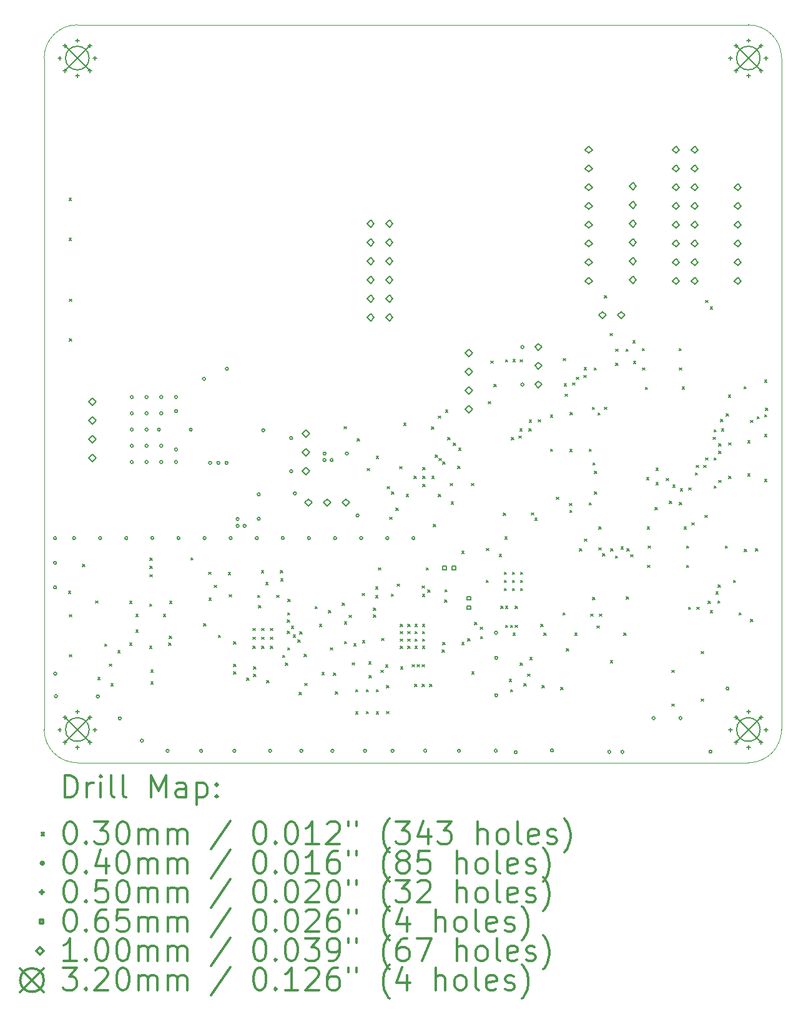
<source format=gbr>
%FSLAX45Y45*%
G04 Gerber Fmt 4.5, Leading zero omitted, Abs format (unit mm)*
G04 Created by KiCad (PCBNEW (5.1.8)-1) date 2021-09-06 17:52:49*
%MOMM*%
%LPD*%
G01*
G04 APERTURE LIST*
%TA.AperFunction,Profile*%
%ADD10C,0.100000*%
%TD*%
%ADD11C,0.200000*%
%ADD12C,0.300000*%
G04 APERTURE END LIST*
D10*
X7450000Y-15000000D02*
G75*
G02*
X7000000Y-14550000I0J450000D01*
G01*
X17000000Y-14550000D02*
G75*
G02*
X16550000Y-15000000I-450000J0D01*
G01*
X16550000Y-5000000D02*
G75*
G02*
X17000000Y-5450000I0J-450000D01*
G01*
X7000000Y-5450000D02*
G75*
G02*
X7450000Y-5000000I450000J0D01*
G01*
X7000000Y-5450000D02*
X7000000Y-14550000D01*
X16550000Y-5000000D02*
X7450000Y-5000000D01*
X17000000Y-14550000D02*
X17000000Y-5450000D01*
X7450000Y-15000030D02*
X16550000Y-15000000D01*
D11*
X7330990Y-12673640D02*
X7360990Y-12703640D01*
X7360990Y-12673640D02*
X7330990Y-12703640D01*
X7340000Y-7350000D02*
X7370000Y-7380000D01*
X7370000Y-7350000D02*
X7340000Y-7380000D01*
X7340000Y-7890000D02*
X7370000Y-7920000D01*
X7370000Y-7890000D02*
X7340000Y-7920000D01*
X7344960Y-12991140D02*
X7374960Y-13021140D01*
X7374960Y-12991140D02*
X7344960Y-13021140D01*
X7344960Y-13534700D02*
X7374960Y-13564700D01*
X7374960Y-13534700D02*
X7344960Y-13564700D01*
X7345000Y-8715000D02*
X7375000Y-8745000D01*
X7375000Y-8715000D02*
X7345000Y-8745000D01*
X7345000Y-9255000D02*
X7375000Y-9285000D01*
X7375000Y-9255000D02*
X7345000Y-9285000D01*
X7521490Y-12311690D02*
X7551490Y-12341690D01*
X7551490Y-12311690D02*
X7521490Y-12341690D01*
X7699290Y-12804450D02*
X7729290Y-12834450D01*
X7729290Y-12804450D02*
X7699290Y-12834450D01*
X7728500Y-13844580D02*
X7758500Y-13874580D01*
X7758500Y-13844580D02*
X7728500Y-13874580D01*
X7823000Y-13390880D02*
X7853000Y-13420880D01*
X7853000Y-13390880D02*
X7823000Y-13420880D01*
X7884400Y-13662900D02*
X7914400Y-13692900D01*
X7914400Y-13662900D02*
X7884400Y-13692900D01*
X7906300Y-13925860D02*
X7936300Y-13955860D01*
X7936300Y-13925860D02*
X7906300Y-13955860D01*
X8000280Y-13477240D02*
X8030280Y-13507240D01*
X8030280Y-13477240D02*
X8000280Y-13507240D01*
X8160300Y-12810800D02*
X8190300Y-12840800D01*
X8190300Y-12810800D02*
X8160300Y-12840800D01*
X8160300Y-13379760D02*
X8190300Y-13409760D01*
X8190300Y-13379760D02*
X8160300Y-13409760D01*
X8246660Y-12988600D02*
X8276660Y-13018600D01*
X8276660Y-12988600D02*
X8246660Y-13018600D01*
X8246660Y-13201960D02*
X8276660Y-13231960D01*
X8276660Y-13201960D02*
X8246660Y-13231960D01*
X8430500Y-12850100D02*
X8460500Y-12880100D01*
X8460500Y-12850100D02*
X8430500Y-12880100D01*
X8430500Y-13421600D02*
X8460500Y-13451600D01*
X8460500Y-13421600D02*
X8430500Y-13451600D01*
X8437160Y-12226600D02*
X8467160Y-12256600D01*
X8467160Y-12226600D02*
X8437160Y-12256600D01*
X8437160Y-12338360D02*
X8467160Y-12368360D01*
X8467160Y-12338360D02*
X8437160Y-12368360D01*
X8437160Y-12450120D02*
X8467160Y-12480120D01*
X8467160Y-12450120D02*
X8437160Y-12480120D01*
X8447320Y-13740440D02*
X8477320Y-13770440D01*
X8477320Y-13740440D02*
X8447320Y-13770440D01*
X8447320Y-13903000D02*
X8477320Y-13933000D01*
X8477320Y-13903000D02*
X8447320Y-13933000D01*
X8617500Y-12988600D02*
X8647500Y-13018600D01*
X8647500Y-12988600D02*
X8617500Y-13018600D01*
X8691160Y-13379760D02*
X8721160Y-13409760D01*
X8721160Y-13379760D02*
X8691160Y-13409760D01*
X8695860Y-13283240D02*
X8725860Y-13313240D01*
X8725860Y-13283240D02*
X8695860Y-13313240D01*
X8703860Y-12810800D02*
X8733860Y-12840800D01*
X8733860Y-12810800D02*
X8703860Y-12840800D01*
X8990880Y-12221520D02*
X9020880Y-12251520D01*
X9020880Y-12221520D02*
X8990880Y-12251520D01*
X9163600Y-13115600D02*
X9193600Y-13145600D01*
X9193600Y-13115600D02*
X9163600Y-13145600D01*
X9230600Y-12418300D02*
X9260600Y-12448300D01*
X9260600Y-12418300D02*
X9230600Y-12448300D01*
X9234720Y-12767620D02*
X9264720Y-12797620D01*
X9264720Y-12767620D02*
X9234720Y-12797620D01*
X9306800Y-12596100D02*
X9336800Y-12626100D01*
X9336800Y-12596100D02*
X9306800Y-12626100D01*
X9361720Y-13273080D02*
X9391720Y-13303080D01*
X9391720Y-13273080D02*
X9361720Y-13303080D01*
X9498880Y-12419640D02*
X9528880Y-12449640D01*
X9528880Y-12419640D02*
X9498880Y-12449640D01*
X9510000Y-12723100D02*
X9540000Y-12753100D01*
X9540000Y-12723100D02*
X9510000Y-12753100D01*
X9570000Y-13359440D02*
X9600000Y-13389440D01*
X9600000Y-13359440D02*
X9570000Y-13389440D01*
X9570000Y-13664240D02*
X9600000Y-13694240D01*
X9600000Y-13664240D02*
X9570000Y-13694240D01*
X9570000Y-13765840D02*
X9600000Y-13795840D01*
X9600000Y-13765840D02*
X9570000Y-13795840D01*
X9747800Y-13852200D02*
X9777800Y-13882200D01*
X9777800Y-13852200D02*
X9747800Y-13882200D01*
X9830350Y-13177830D02*
X9860350Y-13207830D01*
X9860350Y-13177830D02*
X9830350Y-13207830D01*
X9830350Y-13297830D02*
X9860350Y-13327830D01*
X9860350Y-13297830D02*
X9830350Y-13327830D01*
X9830350Y-13417830D02*
X9860350Y-13447830D01*
X9860350Y-13417830D02*
X9830350Y-13447830D01*
X9839240Y-13699800D02*
X9869240Y-13729800D01*
X9869240Y-13699800D02*
X9839240Y-13729800D01*
X9839240Y-13801400D02*
X9869240Y-13831400D01*
X9869240Y-13801400D02*
X9839240Y-13831400D01*
X9895120Y-12729520D02*
X9925120Y-12759520D01*
X9925120Y-12729520D02*
X9895120Y-12759520D01*
X9910360Y-12871760D02*
X9940360Y-12901760D01*
X9940360Y-12871760D02*
X9910360Y-12901760D01*
X9945920Y-12394240D02*
X9975920Y-12424240D01*
X9975920Y-12394240D02*
X9945920Y-12424240D01*
X9950350Y-13177830D02*
X9980350Y-13207830D01*
X9980350Y-13177830D02*
X9950350Y-13207830D01*
X9950350Y-13297830D02*
X9980350Y-13327830D01*
X9980350Y-13297830D02*
X9950350Y-13327830D01*
X9950350Y-13417830D02*
X9980350Y-13447830D01*
X9980350Y-13417830D02*
X9950350Y-13447830D01*
X10005300Y-12558000D02*
X10035300Y-12588000D01*
X10035300Y-12558000D02*
X10005300Y-12588000D01*
X10017040Y-13887760D02*
X10047040Y-13917760D01*
X10047040Y-13887760D02*
X10017040Y-13917760D01*
X10070350Y-13177830D02*
X10100350Y-13207830D01*
X10100350Y-13177830D02*
X10070350Y-13207830D01*
X10070350Y-13297830D02*
X10100350Y-13327830D01*
X10100350Y-13297830D02*
X10070350Y-13327830D01*
X10070350Y-13417830D02*
X10100350Y-13447830D01*
X10100350Y-13417830D02*
X10070350Y-13447830D01*
X10154200Y-12729520D02*
X10184200Y-12759520D01*
X10184200Y-12729520D02*
X10154200Y-12759520D01*
X10205000Y-12394240D02*
X10235000Y-12424240D01*
X10235000Y-12394240D02*
X10205000Y-12424240D01*
X10208500Y-12507200D02*
X10238500Y-12537200D01*
X10238500Y-12507200D02*
X10208500Y-12537200D01*
X10233693Y-13544107D02*
X10263693Y-13574107D01*
X10263693Y-13544107D02*
X10233693Y-13574107D01*
X10272000Y-13650200D02*
X10302000Y-13680200D01*
X10302000Y-13650200D02*
X10272000Y-13680200D01*
X10296440Y-13065000D02*
X10326440Y-13095000D01*
X10326440Y-13065000D02*
X10296440Y-13095000D01*
X10296440Y-13218159D02*
X10326440Y-13248159D01*
X10326440Y-13218159D02*
X10296440Y-13248159D01*
X10301280Y-12968280D02*
X10331280Y-12998280D01*
X10331280Y-12968280D02*
X10301280Y-12998280D01*
X10301520Y-13440720D02*
X10331520Y-13470720D01*
X10331520Y-13440720D02*
X10301520Y-13470720D01*
X10306600Y-12785400D02*
X10336600Y-12815400D01*
X10336600Y-12785400D02*
X10306600Y-12815400D01*
X10352379Y-13147083D02*
X10382379Y-13177083D01*
X10382379Y-13147083D02*
X10352379Y-13177083D01*
X10377720Y-13267041D02*
X10407720Y-13297041D01*
X10407720Y-13267041D02*
X10377720Y-13297041D01*
X10443760Y-13334040D02*
X10473760Y-13364040D01*
X10473760Y-13334040D02*
X10443760Y-13364040D01*
X10459000Y-14045240D02*
X10489000Y-14075240D01*
X10489000Y-14045240D02*
X10459000Y-14075240D01*
X10465350Y-13227360D02*
X10495350Y-13257360D01*
X10495350Y-13227360D02*
X10465350Y-13257360D01*
X10525040Y-13532160D02*
X10555040Y-13562160D01*
X10555040Y-13532160D02*
X10525040Y-13562160D01*
X10535200Y-13923320D02*
X10565200Y-13953320D01*
X10565200Y-13923320D02*
X10535200Y-13953320D01*
X10673663Y-12881920D02*
X10703663Y-12911920D01*
X10703663Y-12881920D02*
X10673663Y-12911920D01*
X10733320Y-13125760D02*
X10763320Y-13155760D01*
X10763320Y-13125760D02*
X10733320Y-13155760D01*
X10768880Y-13776000D02*
X10798880Y-13806000D01*
X10798880Y-13776000D02*
X10768880Y-13806000D01*
X10856200Y-12939000D02*
X10886200Y-12969000D01*
X10886200Y-12939000D02*
X10856200Y-12969000D01*
X10882105Y-13441679D02*
X10912105Y-13471679D01*
X10912105Y-13441679D02*
X10882105Y-13471679D01*
X10926360Y-13786160D02*
X10956360Y-13816160D01*
X10956360Y-13786160D02*
X10926360Y-13816160D01*
X10951760Y-14040160D02*
X10981760Y-14070160D01*
X10981760Y-14040160D02*
X10951760Y-14070160D01*
X11043200Y-12836200D02*
X11073200Y-12866200D01*
X11073200Y-12836200D02*
X11043200Y-12866200D01*
X11068600Y-10443520D02*
X11098600Y-10473520D01*
X11098600Y-10443520D02*
X11068600Y-10473520D01*
X11072100Y-13091400D02*
X11102100Y-13121400D01*
X11102100Y-13091400D02*
X11072100Y-13121400D01*
X11072100Y-13358100D02*
X11102100Y-13388100D01*
X11102100Y-13358100D02*
X11072100Y-13388100D01*
X11135600Y-13002500D02*
X11165600Y-13032500D01*
X11165600Y-13002500D02*
X11135600Y-13032500D01*
X11180360Y-13643920D02*
X11210360Y-13673920D01*
X11210360Y-13643920D02*
X11180360Y-13673920D01*
X11197950Y-13384650D02*
X11227950Y-13414650D01*
X11227950Y-13384650D02*
X11197950Y-13414650D01*
X11226080Y-14009680D02*
X11256080Y-14039680D01*
X11256080Y-14009680D02*
X11226080Y-14039680D01*
X11226080Y-14309400D02*
X11256080Y-14339400D01*
X11256080Y-14309400D02*
X11226080Y-14339400D01*
X11246400Y-10611160D02*
X11276400Y-10641160D01*
X11276400Y-10611160D02*
X11246400Y-10641160D01*
X11312440Y-12704120D02*
X11342440Y-12734120D01*
X11342440Y-12704120D02*
X11312440Y-12734120D01*
X11317520Y-13344200D02*
X11347520Y-13374200D01*
X11347520Y-13344200D02*
X11317520Y-13374200D01*
X11368320Y-14009680D02*
X11398320Y-14039680D01*
X11398320Y-14009680D02*
X11368320Y-14039680D01*
X11368320Y-14304320D02*
X11398320Y-14334320D01*
X11398320Y-14304320D02*
X11368320Y-14334320D01*
X11383560Y-11012480D02*
X11413560Y-11042480D01*
X11413560Y-11012480D02*
X11383560Y-11042480D01*
X11403880Y-13633760D02*
X11433880Y-13663760D01*
X11433880Y-13633760D02*
X11403880Y-13663760D01*
X11408960Y-13816640D02*
X11438960Y-13846640D01*
X11438960Y-13816640D02*
X11408960Y-13846640D01*
X11464840Y-12902240D02*
X11494840Y-12932240D01*
X11494840Y-12902240D02*
X11464840Y-12932240D01*
X11464840Y-12998760D02*
X11494840Y-13028760D01*
X11494840Y-12998760D02*
X11464840Y-13028760D01*
X11495320Y-12617760D02*
X11525320Y-12647760D01*
X11525320Y-12617760D02*
X11495320Y-12647760D01*
X11495320Y-12734600D02*
X11525320Y-12764600D01*
X11525320Y-12734600D02*
X11495320Y-12764600D01*
X11505480Y-10844840D02*
X11535480Y-10874840D01*
X11535480Y-10844840D02*
X11505480Y-10874840D01*
X11505480Y-14009680D02*
X11535480Y-14039680D01*
X11535480Y-14009680D02*
X11505480Y-14039680D01*
X11505480Y-14309400D02*
X11535480Y-14339400D01*
X11535480Y-14309400D02*
X11505480Y-14339400D01*
X11535960Y-12358680D02*
X11565960Y-12388680D01*
X11565960Y-12358680D02*
X11535960Y-12388680D01*
X11566440Y-13745520D02*
X11596440Y-13775520D01*
X11596440Y-13745520D02*
X11566440Y-13775520D01*
X11575160Y-13315160D02*
X11605160Y-13345160D01*
X11605160Y-13315160D02*
X11575160Y-13345160D01*
X11632851Y-13672236D02*
X11662851Y-13702236D01*
X11662851Y-13672236D02*
X11632851Y-13702236D01*
X11642640Y-13953800D02*
X11672640Y-13983800D01*
X11672640Y-13953800D02*
X11642640Y-13983800D01*
X11642640Y-14304320D02*
X11672640Y-14334320D01*
X11672640Y-14304320D02*
X11642640Y-14334320D01*
X11652800Y-11256320D02*
X11682800Y-11286320D01*
X11682800Y-11256320D02*
X11652800Y-11286320D01*
X11688360Y-11672880D02*
X11718360Y-11702880D01*
X11718360Y-11672880D02*
X11688360Y-11702880D01*
X11708680Y-12714280D02*
X11738680Y-12744280D01*
X11738680Y-12714280D02*
X11708680Y-12744280D01*
X11713760Y-11327440D02*
X11743760Y-11357440D01*
X11743760Y-11327440D02*
X11713760Y-11357440D01*
X11769640Y-11550960D02*
X11799640Y-11580960D01*
X11799640Y-11550960D02*
X11769640Y-11580960D01*
X11789960Y-12577120D02*
X11819960Y-12607120D01*
X11819960Y-12577120D02*
X11789960Y-12607120D01*
X11820440Y-10987080D02*
X11850440Y-11017080D01*
X11850440Y-10987080D02*
X11820440Y-11017080D01*
X11830600Y-13121950D02*
X11860600Y-13151950D01*
X11860600Y-13121950D02*
X11830600Y-13151950D01*
X11830600Y-13221950D02*
X11860600Y-13251950D01*
X11860600Y-13221950D02*
X11830600Y-13251950D01*
X11830600Y-13321950D02*
X11860600Y-13351950D01*
X11860600Y-13321950D02*
X11830600Y-13351950D01*
X11830600Y-13421950D02*
X11860600Y-13451950D01*
X11860600Y-13421950D02*
X11830600Y-13451950D01*
X11835680Y-13699800D02*
X11865680Y-13729800D01*
X11865680Y-13699800D02*
X11835680Y-13729800D01*
X11876320Y-10397800D02*
X11906320Y-10427800D01*
X11906320Y-10397800D02*
X11876320Y-10427800D01*
X11911880Y-11363000D02*
X11941880Y-11393000D01*
X11941880Y-11363000D02*
X11911880Y-11393000D01*
X11930600Y-13121950D02*
X11960600Y-13151950D01*
X11960600Y-13121950D02*
X11930600Y-13151950D01*
X11930600Y-13221950D02*
X11960600Y-13251950D01*
X11960600Y-13221950D02*
X11930600Y-13251950D01*
X11930600Y-13321950D02*
X11960600Y-13351950D01*
X11960600Y-13321950D02*
X11930600Y-13351950D01*
X11930600Y-13421950D02*
X11960600Y-13451950D01*
X11960600Y-13421950D02*
X11930600Y-13451950D01*
X11993160Y-13669320D02*
X12023160Y-13699320D01*
X12023160Y-13669320D02*
X11993160Y-13699320D01*
X12018560Y-11119160D02*
X12048560Y-11149160D01*
X12048560Y-11119160D02*
X12018560Y-11149160D01*
X12023640Y-13937601D02*
X12053640Y-13967601D01*
X12053640Y-13937601D02*
X12023640Y-13967601D01*
X12030600Y-13121950D02*
X12060600Y-13151950D01*
X12060600Y-13121950D02*
X12030600Y-13151950D01*
X12030600Y-13221950D02*
X12060600Y-13251950D01*
X12060600Y-13221950D02*
X12030600Y-13251950D01*
X12030600Y-13321950D02*
X12060600Y-13351950D01*
X12060600Y-13321950D02*
X12030600Y-13351950D01*
X12030600Y-13421950D02*
X12060600Y-13451950D01*
X12060600Y-13421950D02*
X12030600Y-13451950D01*
X12059200Y-13669320D02*
X12089200Y-13699320D01*
X12089200Y-13669320D02*
X12059200Y-13699320D01*
X12125240Y-12602520D02*
X12155240Y-12632520D01*
X12155240Y-12602520D02*
X12125240Y-12632520D01*
X12125240Y-13669320D02*
X12155240Y-13699320D01*
X12155240Y-13669320D02*
X12125240Y-13699320D01*
X12125240Y-13937601D02*
X12155240Y-13967601D01*
X12155240Y-13937601D02*
X12125240Y-13967601D01*
X12130320Y-12719360D02*
X12160320Y-12749360D01*
X12160320Y-12719360D02*
X12130320Y-12749360D01*
X12130600Y-13121950D02*
X12160600Y-13151950D01*
X12160600Y-13121950D02*
X12130600Y-13151950D01*
X12130600Y-13221950D02*
X12160600Y-13251950D01*
X12160600Y-13221950D02*
X12130600Y-13251950D01*
X12130600Y-13321950D02*
X12160600Y-13351950D01*
X12160600Y-13321950D02*
X12130600Y-13351950D01*
X12130600Y-13421950D02*
X12160600Y-13451950D01*
X12160600Y-13421950D02*
X12130600Y-13451950D01*
X12135400Y-10997240D02*
X12165400Y-11027240D01*
X12165400Y-10997240D02*
X12135400Y-11027240D01*
X12135400Y-11225840D02*
X12165400Y-11255840D01*
X12165400Y-11225840D02*
X12135400Y-11255840D01*
X12136888Y-11117946D02*
X12166888Y-11147946D01*
X12166888Y-11117946D02*
X12136888Y-11147946D01*
X12181120Y-12358680D02*
X12211120Y-12388680D01*
X12211120Y-12358680D02*
X12181120Y-12388680D01*
X12201440Y-12658400D02*
X12231440Y-12688400D01*
X12231440Y-12658400D02*
X12201440Y-12688400D01*
X12226840Y-13937601D02*
X12256840Y-13967601D01*
X12256840Y-13937601D02*
X12226840Y-13967601D01*
X12253200Y-10449800D02*
X12283200Y-10479800D01*
X12283200Y-10449800D02*
X12253200Y-10479800D01*
X12257320Y-11119160D02*
X12287320Y-11149160D01*
X12287320Y-11119160D02*
X12257320Y-11149160D01*
X12277640Y-11769400D02*
X12307640Y-11799400D01*
X12307640Y-11769400D02*
X12277640Y-11799400D01*
X12303040Y-10829600D02*
X12333040Y-10859600D01*
X12333040Y-10829600D02*
X12303040Y-10859600D01*
X12348760Y-10301280D02*
X12378760Y-10331280D01*
X12378760Y-10301280D02*
X12348760Y-10331280D01*
X12348760Y-11363000D02*
X12378760Y-11393000D01*
X12378760Y-11363000D02*
X12348760Y-11393000D01*
X12353840Y-10875320D02*
X12383840Y-10905320D01*
X12383840Y-10875320D02*
X12353840Y-10905320D01*
X12399560Y-13471200D02*
X12429560Y-13501200D01*
X12429560Y-13471200D02*
X12399560Y-13501200D01*
X12404640Y-10921040D02*
X12434640Y-10951040D01*
X12434640Y-10921040D02*
X12404640Y-10951040D01*
X12404640Y-13368000D02*
X12434640Y-13398000D01*
X12434640Y-13368000D02*
X12404640Y-13398000D01*
X12432500Y-12792500D02*
X12462500Y-12822500D01*
X12462500Y-12792500D02*
X12432500Y-12822500D01*
X12435000Y-12655000D02*
X12465000Y-12685000D01*
X12465000Y-12655000D02*
X12435000Y-12685000D01*
X12445280Y-10220000D02*
X12475280Y-10250000D01*
X12475280Y-10220000D02*
X12445280Y-10250000D01*
X12475760Y-10590840D02*
X12505760Y-10620840D01*
X12505760Y-10590840D02*
X12475760Y-10620840D01*
X12506240Y-11215680D02*
X12536240Y-11245680D01*
X12536240Y-11215680D02*
X12506240Y-11245680D01*
X12521480Y-11464600D02*
X12551480Y-11494600D01*
X12551480Y-11464600D02*
X12521480Y-11494600D01*
X12551960Y-10667040D02*
X12581960Y-10697040D01*
X12581960Y-10667040D02*
X12551960Y-10697040D01*
X12608800Y-10983200D02*
X12638800Y-11013200D01*
X12638800Y-10983200D02*
X12608800Y-11013200D01*
X12623080Y-10738160D02*
X12653080Y-10768160D01*
X12653080Y-10738160D02*
X12623080Y-10768160D01*
X12663720Y-12135160D02*
X12693720Y-12165160D01*
X12693720Y-12135160D02*
X12663720Y-12165160D01*
X12663720Y-13369600D02*
X12693720Y-13399600D01*
X12693720Y-13369600D02*
X12663720Y-13399600D01*
X12745000Y-13318800D02*
X12775000Y-13348800D01*
X12775000Y-13318800D02*
X12745000Y-13348800D01*
X12795800Y-11215680D02*
X12825800Y-11245680D01*
X12825800Y-11215680D02*
X12795800Y-11245680D01*
X12800880Y-13765840D02*
X12830880Y-13795840D01*
X12830880Y-13765840D02*
X12800880Y-13795840D01*
X12836440Y-13100360D02*
X12866440Y-13130360D01*
X12866440Y-13100360D02*
X12836440Y-13130360D01*
X12912640Y-13161320D02*
X12942640Y-13191320D01*
X12942640Y-13161320D02*
X12912640Y-13191320D01*
X12917720Y-13288320D02*
X12947720Y-13318320D01*
X12947720Y-13288320D02*
X12917720Y-13318320D01*
X12993920Y-12526320D02*
X13023920Y-12556320D01*
X13023920Y-12526320D02*
X12993920Y-12556320D01*
X12999000Y-12094520D02*
X13029000Y-12124520D01*
X13029000Y-12094520D02*
X12999000Y-12124520D01*
X13024400Y-10105700D02*
X13054400Y-10135700D01*
X13054400Y-10105700D02*
X13024400Y-10135700D01*
X13059960Y-9554520D02*
X13089960Y-9584520D01*
X13089960Y-9554520D02*
X13059960Y-9584520D01*
X13100600Y-9874560D02*
X13130600Y-9904560D01*
X13130600Y-9874560D02*
X13100600Y-9904560D01*
X13171720Y-12175800D02*
X13201720Y-12205800D01*
X13201720Y-12175800D02*
X13171720Y-12205800D01*
X13192040Y-12876840D02*
X13222040Y-12906840D01*
X13222040Y-12876840D02*
X13192040Y-12906840D01*
X13227600Y-11617000D02*
X13257600Y-11647000D01*
X13257600Y-11617000D02*
X13227600Y-11647000D01*
X13240300Y-12417100D02*
X13270300Y-12447100D01*
X13270300Y-12417100D02*
X13240300Y-12447100D01*
X13240300Y-12527100D02*
X13270300Y-12557100D01*
X13270300Y-12527100D02*
X13240300Y-12557100D01*
X13240300Y-12637100D02*
X13270300Y-12667100D01*
X13270300Y-12637100D02*
X13240300Y-12667100D01*
X13247920Y-11937040D02*
X13277920Y-11967040D01*
X13277920Y-11937040D02*
X13247920Y-11967040D01*
X13258080Y-9539280D02*
X13288080Y-9569280D01*
X13288080Y-9539280D02*
X13258080Y-9569280D01*
X13258080Y-12876840D02*
X13288080Y-12906840D01*
X13288080Y-12876840D02*
X13258080Y-12906840D01*
X13258080Y-13135920D02*
X13288080Y-13165920D01*
X13288080Y-13135920D02*
X13258080Y-13165920D01*
X13308880Y-13867440D02*
X13338880Y-13897440D01*
X13338880Y-13867440D02*
X13308880Y-13897440D01*
X13324120Y-13135920D02*
X13354120Y-13165920D01*
X13354120Y-13135920D02*
X13324120Y-13165920D01*
X13324120Y-14009680D02*
X13354120Y-14039680D01*
X13354120Y-14009680D02*
X13324120Y-14039680D01*
X13339360Y-10590840D02*
X13369360Y-10620840D01*
X13369360Y-10590840D02*
X13339360Y-10620840D01*
X13350300Y-12417100D02*
X13380300Y-12447100D01*
X13380300Y-12417100D02*
X13350300Y-12447100D01*
X13350300Y-12527100D02*
X13380300Y-12557100D01*
X13380300Y-12527100D02*
X13350300Y-12557100D01*
X13350300Y-12637100D02*
X13380300Y-12667100D01*
X13380300Y-12637100D02*
X13350300Y-12667100D01*
X13359680Y-9534200D02*
X13389680Y-9564200D01*
X13389680Y-9534200D02*
X13359680Y-9564200D01*
X13359680Y-13243559D02*
X13389680Y-13273559D01*
X13389680Y-13243559D02*
X13359680Y-13273559D01*
X13390160Y-12876840D02*
X13420160Y-12906840D01*
X13420160Y-12876840D02*
X13390160Y-12906840D01*
X13390160Y-13135920D02*
X13420160Y-13165920D01*
X13420160Y-13135920D02*
X13390160Y-13165920D01*
X13440960Y-10570520D02*
X13470960Y-10600520D01*
X13470960Y-10570520D02*
X13440960Y-10600520D01*
X13451120Y-10474000D02*
X13481120Y-10504000D01*
X13481120Y-10474000D02*
X13451120Y-10504000D01*
X13456200Y-9539280D02*
X13486200Y-9569280D01*
X13486200Y-9539280D02*
X13456200Y-9569280D01*
X13456200Y-13649000D02*
X13486200Y-13679000D01*
X13486200Y-13649000D02*
X13456200Y-13679000D01*
X13460300Y-12417100D02*
X13490300Y-12447100D01*
X13490300Y-12417100D02*
X13460300Y-12447100D01*
X13460300Y-12527100D02*
X13490300Y-12557100D01*
X13490300Y-12527100D02*
X13460300Y-12557100D01*
X13460300Y-12637100D02*
X13490300Y-12667100D01*
X13490300Y-12637100D02*
X13460300Y-12667100D01*
X13507000Y-13928400D02*
X13537000Y-13958400D01*
X13537000Y-13928400D02*
X13507000Y-13958400D01*
X13557800Y-13796320D02*
X13587800Y-13826320D01*
X13587800Y-13796320D02*
X13557800Y-13826320D01*
X13573040Y-10474000D02*
X13603040Y-10504000D01*
X13603040Y-10474000D02*
X13573040Y-10504000D01*
X13578120Y-10357160D02*
X13608120Y-10387160D01*
X13608120Y-10357160D02*
X13578120Y-10387160D01*
X13588280Y-13572800D02*
X13618280Y-13602800D01*
X13618280Y-13572800D02*
X13588280Y-13602800D01*
X13608600Y-11611920D02*
X13638600Y-11641920D01*
X13638600Y-11611920D02*
X13608600Y-11641920D01*
X13654320Y-11683040D02*
X13684320Y-11713040D01*
X13684320Y-11683040D02*
X13654320Y-11713040D01*
X13700040Y-10352080D02*
X13730040Y-10382080D01*
X13730040Y-10352080D02*
X13700040Y-10382080D01*
X13735600Y-13125760D02*
X13765600Y-13155760D01*
X13765600Y-13125760D02*
X13735600Y-13155760D01*
X13750840Y-13953800D02*
X13780840Y-13983800D01*
X13780840Y-13953800D02*
X13750840Y-13983800D01*
X13776240Y-13243559D02*
X13806240Y-13273559D01*
X13806240Y-13243559D02*
X13776240Y-13273559D01*
X13867680Y-10286040D02*
X13897680Y-10316040D01*
X13897680Y-10286040D02*
X13867680Y-10316040D01*
X13867680Y-10748320D02*
X13897680Y-10778320D01*
X13897680Y-10748320D02*
X13867680Y-10778320D01*
X13945150Y-11401100D02*
X13975150Y-11431100D01*
X13975150Y-11401100D02*
X13945150Y-11431100D01*
X14004840Y-13979200D02*
X14034840Y-14009200D01*
X14034840Y-13979200D02*
X14004840Y-14009200D01*
X14035320Y-12968280D02*
X14065320Y-12998280D01*
X14065320Y-12968280D02*
X14035320Y-12998280D01*
X14040400Y-9521500D02*
X14070400Y-9551500D01*
X14070400Y-9521500D02*
X14040400Y-9551500D01*
X14053100Y-9864400D02*
X14083100Y-9894400D01*
X14083100Y-9864400D02*
X14053100Y-9894400D01*
X14065800Y-10004100D02*
X14095800Y-10034100D01*
X14095800Y-10004100D02*
X14065800Y-10034100D01*
X14081040Y-13455960D02*
X14111040Y-13485960D01*
X14111040Y-13455960D02*
X14081040Y-13485960D01*
X14122950Y-11483650D02*
X14152950Y-11513650D01*
X14152950Y-11483650D02*
X14122950Y-11513650D01*
X14129300Y-10753400D02*
X14159300Y-10783400D01*
X14159300Y-10753400D02*
X14129300Y-10783400D01*
X14129300Y-11578900D02*
X14159300Y-11608900D01*
X14159300Y-11578900D02*
X14129300Y-11608900D01*
X14131840Y-10255560D02*
X14161840Y-10285560D01*
X14161840Y-10255560D02*
X14131840Y-10285560D01*
X14167400Y-9851700D02*
X14197400Y-9881700D01*
X14197400Y-9851700D02*
X14167400Y-9881700D01*
X14197880Y-13243559D02*
X14227880Y-13273559D01*
X14227880Y-13243559D02*
X14197880Y-13273559D01*
X14218200Y-9775500D02*
X14248200Y-9805500D01*
X14248200Y-9775500D02*
X14218200Y-9805500D01*
X14258840Y-12099600D02*
X14288840Y-12129600D01*
X14288840Y-12099600D02*
X14258840Y-12129600D01*
X14319800Y-9750100D02*
X14349800Y-9780100D01*
X14349800Y-9750100D02*
X14319800Y-9780100D01*
X14322857Y-9642903D02*
X14352857Y-9672903D01*
X14352857Y-9642903D02*
X14322857Y-9672903D01*
X14329960Y-11967520D02*
X14359960Y-11997520D01*
X14359960Y-11967520D02*
X14329960Y-11997520D01*
X14389650Y-10747050D02*
X14419650Y-10777050D01*
X14419650Y-10747050D02*
X14389650Y-10777050D01*
X14389650Y-11477300D02*
X14419650Y-11507300D01*
X14419650Y-11477300D02*
X14389650Y-11507300D01*
X14411240Y-12983520D02*
X14441240Y-13013520D01*
X14441240Y-12983520D02*
X14411240Y-13013520D01*
X14434100Y-10181900D02*
X14464100Y-10211900D01*
X14464100Y-10181900D02*
X14434100Y-10211900D01*
X14437599Y-12760447D02*
X14467599Y-12790447D01*
X14467599Y-12760447D02*
X14437599Y-12790447D01*
X14441720Y-10936280D02*
X14471720Y-10966280D01*
X14471720Y-10936280D02*
X14441720Y-10966280D01*
X14459500Y-9648500D02*
X14489500Y-9678500D01*
X14489500Y-9648500D02*
X14459500Y-9678500D01*
X14462040Y-11048040D02*
X14492040Y-11078040D01*
X14492040Y-11048040D02*
X14462040Y-11078040D01*
X14462040Y-11327440D02*
X14492040Y-11357440D01*
X14492040Y-11327440D02*
X14462040Y-11357440D01*
X14497740Y-13144906D02*
X14527740Y-13174906D01*
X14527740Y-13144906D02*
X14497740Y-13174906D01*
X14510300Y-10258100D02*
X14540300Y-10288100D01*
X14540300Y-10258100D02*
X14510300Y-10288100D01*
X14522483Y-12086383D02*
X14552483Y-12116383D01*
X14552483Y-12086383D02*
X14522483Y-12116383D01*
X14523000Y-11801150D02*
X14553000Y-11831150D01*
X14553000Y-11801150D02*
X14523000Y-11831150D01*
X14533160Y-12983520D02*
X14563160Y-13013520D01*
X14563160Y-12983520D02*
X14533160Y-13013520D01*
X14575398Y-12165640D02*
X14605398Y-12195640D01*
X14605398Y-12165640D02*
X14575398Y-12195640D01*
X14599200Y-8670600D02*
X14629200Y-8700600D01*
X14629200Y-8670600D02*
X14599200Y-8700600D01*
X14599200Y-10181900D02*
X14629200Y-10211900D01*
X14629200Y-10181900D02*
X14599200Y-10211900D01*
X14675400Y-9183680D02*
X14705400Y-9213680D01*
X14705400Y-9183680D02*
X14675400Y-9213680D01*
X14680480Y-13613440D02*
X14710480Y-13643440D01*
X14710480Y-13613440D02*
X14680480Y-13643440D01*
X14685560Y-12099600D02*
X14715560Y-12129600D01*
X14715560Y-12099600D02*
X14685560Y-12129600D01*
X14746520Y-12196120D02*
X14776520Y-12226120D01*
X14776520Y-12196120D02*
X14746520Y-12226120D01*
X14751600Y-9393720D02*
X14781600Y-9423720D01*
X14781600Y-9393720D02*
X14751600Y-9423720D01*
X14751600Y-9585000D02*
X14781600Y-9615000D01*
X14781600Y-9585000D02*
X14751600Y-9615000D01*
X14822720Y-12074200D02*
X14852720Y-12104200D01*
X14852720Y-12074200D02*
X14822720Y-12104200D01*
X14863360Y-13242600D02*
X14893360Y-13272600D01*
X14893360Y-13242600D02*
X14863360Y-13272600D01*
X14891300Y-9394500D02*
X14921300Y-9424500D01*
X14921300Y-9394500D02*
X14891300Y-9424500D01*
X14893840Y-12749840D02*
X14923840Y-12779840D01*
X14923840Y-12749840D02*
X14893840Y-12779840D01*
X14904000Y-12099600D02*
X14934000Y-12129600D01*
X14934000Y-12099600D02*
X14904000Y-12129600D01*
X14954800Y-12180880D02*
X14984800Y-12210880D01*
X14984800Y-12180880D02*
X14954800Y-12210880D01*
X14983699Y-9280525D02*
X15013699Y-9310525D01*
X15013699Y-9280525D02*
X14983699Y-9310525D01*
X14992900Y-9559600D02*
X15022900Y-9589600D01*
X15022900Y-9559600D02*
X14992900Y-9589600D01*
X15112280Y-9386880D02*
X15142280Y-9416880D01*
X15142280Y-9386880D02*
X15112280Y-9416880D01*
X15113550Y-9648500D02*
X15143550Y-9678500D01*
X15143550Y-9648500D02*
X15113550Y-9678500D01*
X15151650Y-9908850D02*
X15181650Y-9938850D01*
X15181650Y-9908850D02*
X15151650Y-9938850D01*
X15170700Y-11134400D02*
X15200700Y-11164400D01*
X15200700Y-11134400D02*
X15170700Y-11164400D01*
X15177050Y-11801150D02*
X15207050Y-11831150D01*
X15207050Y-11801150D02*
X15177050Y-11831150D01*
X15183400Y-12323120D02*
X15213400Y-12353120D01*
X15213400Y-12323120D02*
X15183400Y-12353120D01*
X15189750Y-12061500D02*
X15219750Y-12091500D01*
X15219750Y-12061500D02*
X15189750Y-12091500D01*
X15285000Y-11540800D02*
X15315000Y-11570800D01*
X15315000Y-11540800D02*
X15285000Y-11570800D01*
X15297700Y-11007400D02*
X15327700Y-11037400D01*
X15327700Y-11007400D02*
X15297700Y-11037400D01*
X15298453Y-11202227D02*
X15328453Y-11232227D01*
X15328453Y-11202227D02*
X15298453Y-11232227D01*
X15437400Y-11147100D02*
X15467400Y-11177100D01*
X15467400Y-11147100D02*
X15437400Y-11177100D01*
X15478040Y-11454440D02*
X15508040Y-11484440D01*
X15508040Y-11454440D02*
X15478040Y-11484440D01*
X15513600Y-13745520D02*
X15543600Y-13775520D01*
X15543600Y-13745520D02*
X15513600Y-13775520D01*
X15513600Y-14202720D02*
X15543600Y-14232720D01*
X15543600Y-14202720D02*
X15513600Y-14232720D01*
X15526300Y-11236000D02*
X15556300Y-11266000D01*
X15556300Y-11236000D02*
X15526300Y-11266000D01*
X15610120Y-9386880D02*
X15640120Y-9416880D01*
X15640120Y-9386880D02*
X15610120Y-9416880D01*
X15615200Y-9648500D02*
X15645200Y-9678500D01*
X15645200Y-9648500D02*
X15615200Y-9678500D01*
X15615512Y-11473801D02*
X15645512Y-11503801D01*
X15645512Y-11473801D02*
X15615512Y-11503801D01*
X15627900Y-11286800D02*
X15657900Y-11316800D01*
X15657900Y-11286800D02*
X15627900Y-11316800D01*
X15652227Y-9907619D02*
X15682227Y-9937619D01*
X15682227Y-9907619D02*
X15652227Y-9937619D01*
X15678700Y-11801150D02*
X15708700Y-11831150D01*
X15708700Y-11801150D02*
X15678700Y-11831150D01*
X15710450Y-12061500D02*
X15740450Y-12091500D01*
X15740450Y-12061500D02*
X15710450Y-12091500D01*
X15711720Y-12323120D02*
X15741720Y-12353120D01*
X15741720Y-12323120D02*
X15711720Y-12353120D01*
X15737120Y-12889540D02*
X15767120Y-12919540D01*
X15767120Y-12889540D02*
X15737120Y-12919540D01*
X15742200Y-11274100D02*
X15772200Y-11304100D01*
X15772200Y-11274100D02*
X15742200Y-11304100D01*
X15782840Y-11749080D02*
X15812840Y-11779080D01*
X15812840Y-11749080D02*
X15782840Y-11779080D01*
X15831100Y-11070900D02*
X15861100Y-11100900D01*
X15861100Y-11070900D02*
X15831100Y-11100900D01*
X15843800Y-10969300D02*
X15873800Y-10999300D01*
X15873800Y-10969300D02*
X15843800Y-10999300D01*
X15853960Y-12892080D02*
X15883960Y-12922080D01*
X15883960Y-12892080D02*
X15853960Y-12922080D01*
X15909840Y-13491520D02*
X15939840Y-13521520D01*
X15939840Y-13491520D02*
X15909840Y-13521520D01*
X15909840Y-14136680D02*
X15939840Y-14166680D01*
X15939840Y-14136680D02*
X15909840Y-14166680D01*
X15945400Y-10969300D02*
X15975400Y-10999300D01*
X15975400Y-10969300D02*
X15945400Y-10999300D01*
X15960640Y-11647480D02*
X15990640Y-11677480D01*
X15990640Y-11647480D02*
X15960640Y-11677480D01*
X15970800Y-8734100D02*
X16000800Y-8764100D01*
X16000800Y-8734100D02*
X15970800Y-8764100D01*
X15970800Y-10867700D02*
X16000800Y-10897700D01*
X16000800Y-10867700D02*
X15970800Y-10897700D01*
X16003820Y-12808260D02*
X16033820Y-12838260D01*
X16033820Y-12808260D02*
X16003820Y-12838260D01*
X16034300Y-8823000D02*
X16064300Y-8853000D01*
X16064300Y-8823000D02*
X16034300Y-8853000D01*
X16034300Y-12937800D02*
X16064300Y-12967800D01*
X16064300Y-12937800D02*
X16034300Y-12967800D01*
X16072400Y-10588300D02*
X16102400Y-10618300D01*
X16102400Y-10588300D02*
X16072400Y-10618300D01*
X16085100Y-10486700D02*
X16115100Y-10516700D01*
X16115100Y-10486700D02*
X16085100Y-10516700D01*
X16085100Y-10867700D02*
X16115100Y-10897700D01*
X16115100Y-10867700D02*
X16085100Y-10897700D01*
X16085100Y-11248700D02*
X16115100Y-11278700D01*
X16115100Y-11248700D02*
X16085100Y-11278700D01*
X16109398Y-12681664D02*
X16139398Y-12711664D01*
X16139398Y-12681664D02*
X16109398Y-12711664D01*
X16133839Y-12805165D02*
X16163839Y-12835165D01*
X16163839Y-12805165D02*
X16133839Y-12835165D01*
X16138440Y-12592360D02*
X16168440Y-12622360D01*
X16168440Y-12592360D02*
X16138440Y-12622360D01*
X16148600Y-10677200D02*
X16178600Y-10707200D01*
X16178600Y-10677200D02*
X16148600Y-10707200D01*
X16148600Y-10778800D02*
X16178600Y-10808800D01*
X16178600Y-10778800D02*
X16148600Y-10808800D01*
X16148600Y-11172500D02*
X16178600Y-11202500D01*
X16178600Y-11172500D02*
X16148600Y-11202500D01*
X16174000Y-10347000D02*
X16204000Y-10377000D01*
X16204000Y-10347000D02*
X16174000Y-10377000D01*
X16186700Y-10474000D02*
X16216700Y-10504000D01*
X16216700Y-10474000D02*
X16186700Y-10504000D01*
X16237500Y-12061500D02*
X16267500Y-12091500D01*
X16267500Y-12061500D02*
X16237500Y-12091500D01*
X16250200Y-10270800D02*
X16280200Y-10300800D01*
X16280200Y-10270800D02*
X16250200Y-10300800D01*
X16279100Y-10016476D02*
X16309100Y-10046476D01*
X16309100Y-10016476D02*
X16279100Y-10046476D01*
X16281950Y-10664500D02*
X16311950Y-10694500D01*
X16311950Y-10664500D02*
X16281950Y-10694500D01*
X16281950Y-11115350D02*
X16311950Y-11145350D01*
X16311950Y-11115350D02*
X16281950Y-11145350D01*
X16346720Y-12526320D02*
X16376720Y-12556320D01*
X16376720Y-12526320D02*
X16346720Y-12556320D01*
X16422920Y-12968280D02*
X16452920Y-12998280D01*
X16452920Y-12968280D02*
X16422920Y-12998280D01*
X16491500Y-9902500D02*
X16521500Y-9932500D01*
X16521500Y-9902500D02*
X16491500Y-9932500D01*
X16494040Y-12109760D02*
X16524040Y-12139760D01*
X16524040Y-12109760D02*
X16494040Y-12139760D01*
X16542300Y-10632750D02*
X16572300Y-10662750D01*
X16572300Y-10632750D02*
X16542300Y-10662750D01*
X16542300Y-11083600D02*
X16572300Y-11113600D01*
X16572300Y-11083600D02*
X16542300Y-11113600D01*
X16580400Y-10359700D02*
X16610400Y-10389700D01*
X16610400Y-10359700D02*
X16580400Y-10389700D01*
X16580400Y-13054640D02*
X16610400Y-13084640D01*
X16610400Y-13054640D02*
X16580400Y-13084640D01*
X16646440Y-12099600D02*
X16676440Y-12129600D01*
X16676440Y-12099600D02*
X16646440Y-12129600D01*
X16669300Y-10308900D02*
X16699300Y-10338900D01*
X16699300Y-10308900D02*
X16669300Y-10338900D01*
X16770900Y-9813601D02*
X16800900Y-9843601D01*
X16800900Y-9813601D02*
X16770900Y-9843601D01*
X16770900Y-10283500D02*
X16800900Y-10313500D01*
X16800900Y-10283500D02*
X16770900Y-10313500D01*
X16770900Y-10550200D02*
X16800900Y-10580200D01*
X16800900Y-10550200D02*
X16770900Y-10580200D01*
X16770900Y-11159800D02*
X16800900Y-11189800D01*
X16800900Y-11159800D02*
X16770900Y-11189800D01*
X16783600Y-10194600D02*
X16813600Y-10224600D01*
X16813600Y-10194600D02*
X16783600Y-10224600D01*
X7167870Y-11955850D02*
G75*
G03*
X7167870Y-11955850I-20000J0D01*
G01*
X7167870Y-12289850D02*
G75*
G03*
X7167870Y-12289850I-20000J0D01*
G01*
X7167870Y-12623850D02*
G75*
G03*
X7167870Y-12623850I-20000J0D01*
G01*
X7170100Y-13792200D02*
G75*
G03*
X7170100Y-13792200I-20000J0D01*
G01*
X7179300Y-14098340D02*
G75*
G03*
X7179300Y-14098340I-20000J0D01*
G01*
X7425350Y-11955850D02*
G75*
G03*
X7425350Y-11955850I-20000J0D01*
G01*
X7748000Y-14101000D02*
G75*
G03*
X7748000Y-14101000I-20000J0D01*
G01*
X7779350Y-11955850D02*
G75*
G03*
X7779350Y-11955850I-20000J0D01*
G01*
X8045000Y-14400000D02*
G75*
G03*
X8045000Y-14400000I-20000J0D01*
G01*
X8133350Y-11955850D02*
G75*
G03*
X8133350Y-11955850I-20000J0D01*
G01*
X8208000Y-10044500D02*
G75*
G03*
X8208000Y-10044500I-20000J0D01*
G01*
X8208000Y-10264500D02*
G75*
G03*
X8208000Y-10264500I-20000J0D01*
G01*
X8208000Y-10484500D02*
G75*
G03*
X8208000Y-10484500I-20000J0D01*
G01*
X8208000Y-10704500D02*
G75*
G03*
X8208000Y-10704500I-20000J0D01*
G01*
X8208000Y-10924500D02*
G75*
G03*
X8208000Y-10924500I-20000J0D01*
G01*
X8345000Y-14700000D02*
G75*
G03*
X8345000Y-14700000I-20000J0D01*
G01*
X8408000Y-10044500D02*
G75*
G03*
X8408000Y-10044500I-20000J0D01*
G01*
X8408000Y-10264500D02*
G75*
G03*
X8408000Y-10264500I-20000J0D01*
G01*
X8408000Y-10484500D02*
G75*
G03*
X8408000Y-10484500I-20000J0D01*
G01*
X8408000Y-10704500D02*
G75*
G03*
X8408000Y-10704500I-20000J0D01*
G01*
X8408000Y-10924500D02*
G75*
G03*
X8408000Y-10924500I-20000J0D01*
G01*
X8487350Y-11955850D02*
G75*
G03*
X8487350Y-11955850I-20000J0D01*
G01*
X8576300Y-10484500D02*
G75*
G03*
X8576300Y-10484500I-20000J0D01*
G01*
X8608000Y-10044500D02*
G75*
G03*
X8608000Y-10044500I-20000J0D01*
G01*
X8608000Y-10264500D02*
G75*
G03*
X8608000Y-10264500I-20000J0D01*
G01*
X8608000Y-10704500D02*
G75*
G03*
X8608000Y-10704500I-20000J0D01*
G01*
X8608000Y-10924500D02*
G75*
G03*
X8608000Y-10924500I-20000J0D01*
G01*
X8694410Y-14837480D02*
G75*
G03*
X8694410Y-14837480I-20000J0D01*
G01*
X8808000Y-10044500D02*
G75*
G03*
X8808000Y-10044500I-20000J0D01*
G01*
X8808000Y-10235000D02*
G75*
G03*
X8808000Y-10235000I-20000J0D01*
G01*
X8808000Y-10755700D02*
G75*
G03*
X8808000Y-10755700I-20000J0D01*
G01*
X8808000Y-10924500D02*
G75*
G03*
X8808000Y-10924500I-20000J0D01*
G01*
X8841350Y-11955850D02*
G75*
G03*
X8841350Y-11955850I-20000J0D01*
G01*
X9008100Y-10484500D02*
G75*
G03*
X9008100Y-10484500I-20000J0D01*
G01*
X9149070Y-14837480D02*
G75*
G03*
X9149070Y-14837480I-20000J0D01*
G01*
X9188440Y-9798120D02*
G75*
G03*
X9188440Y-9798120I-20000J0D01*
G01*
X9195350Y-11955850D02*
G75*
G03*
X9195350Y-11955850I-20000J0D01*
G01*
X9269720Y-10936040D02*
G75*
G03*
X9269720Y-10936040I-20000J0D01*
G01*
X9381480Y-10936040D02*
G75*
G03*
X9381480Y-10936040I-20000J0D01*
G01*
X9493240Y-10936040D02*
G75*
G03*
X9493240Y-10936040I-20000J0D01*
G01*
X9498320Y-9660960D02*
G75*
G03*
X9498320Y-9660960I-20000J0D01*
G01*
X9549350Y-11955850D02*
G75*
G03*
X9549350Y-11955850I-20000J0D01*
G01*
X9599920Y-14837480D02*
G75*
G03*
X9599920Y-14837480I-20000J0D01*
G01*
X9643100Y-11695500D02*
G75*
G03*
X9643100Y-11695500I-20000J0D01*
G01*
X9643100Y-11789480D02*
G75*
G03*
X9643100Y-11789480I-20000J0D01*
G01*
X9737080Y-11789480D02*
G75*
G03*
X9737080Y-11789480I-20000J0D01*
G01*
X9903350Y-11955850D02*
G75*
G03*
X9903350Y-11955850I-20000J0D01*
G01*
X9930120Y-11362760D02*
G75*
G03*
X9930120Y-11362760I-20000J0D01*
G01*
X9930120Y-11692960D02*
G75*
G03*
X9930120Y-11692960I-20000J0D01*
G01*
X9991080Y-10494080D02*
G75*
G03*
X9991080Y-10494080I-20000J0D01*
G01*
X10083790Y-14837480D02*
G75*
G03*
X10083790Y-14837480I-20000J0D01*
G01*
X10257350Y-11955850D02*
G75*
G03*
X10257350Y-11955850I-20000J0D01*
G01*
X10370000Y-10600000D02*
G75*
G03*
X10370000Y-10600000I-20000J0D01*
G01*
X10370000Y-11050000D02*
G75*
G03*
X10370000Y-11050000I-20000J0D01*
G01*
X10420000Y-11350000D02*
G75*
G03*
X10420000Y-11350000I-20000J0D01*
G01*
X10507970Y-14837480D02*
G75*
G03*
X10507970Y-14837480I-20000J0D01*
G01*
X10611350Y-11955850D02*
G75*
G03*
X10611350Y-11955850I-20000J0D01*
G01*
X10821660Y-10809040D02*
G75*
G03*
X10821660Y-10809040I-20000J0D01*
G01*
X10821660Y-10897940D02*
G75*
G03*
X10821660Y-10897940I-20000J0D01*
G01*
X10918180Y-10897940D02*
G75*
G03*
X10918180Y-10897940I-20000J0D01*
G01*
X10929610Y-14837480D02*
G75*
G03*
X10929610Y-14837480I-20000J0D01*
G01*
X10965350Y-11955850D02*
G75*
G03*
X10965350Y-11955850I-20000J0D01*
G01*
X11123920Y-10809040D02*
G75*
G03*
X11123920Y-10809040I-20000J0D01*
G01*
X11270000Y-11650000D02*
G75*
G03*
X11270000Y-11650000I-20000J0D01*
G01*
X11319350Y-11955850D02*
G75*
G03*
X11319350Y-11955850I-20000J0D01*
G01*
X11371570Y-14837480D02*
G75*
G03*
X11371570Y-14837480I-20000J0D01*
G01*
X11673350Y-11955850D02*
G75*
G03*
X11673350Y-11955850I-20000J0D01*
G01*
X11743680Y-14837480D02*
G75*
G03*
X11743680Y-14837480I-20000J0D01*
G01*
X12027350Y-11955850D02*
G75*
G03*
X12027350Y-11955850I-20000J0D01*
G01*
X12186910Y-14837480D02*
G75*
G03*
X12186910Y-14837480I-20000J0D01*
G01*
X12645380Y-14837480D02*
G75*
G03*
X12645380Y-14837480I-20000J0D01*
G01*
X13144490Y-14837480D02*
G75*
G03*
X13144490Y-14837480I-20000J0D01*
G01*
X13148300Y-13238550D02*
G75*
G03*
X13148300Y-13238550I-20000J0D01*
G01*
X13150840Y-13577640D02*
G75*
G03*
X13150840Y-13577640I-20000J0D01*
G01*
X13150840Y-14085640D02*
G75*
G03*
X13150840Y-14085640I-20000J0D01*
G01*
X13415000Y-14857800D02*
G75*
G03*
X13415000Y-14857800I-20000J0D01*
G01*
X13505170Y-9366320D02*
G75*
G03*
X13505170Y-9366320I-20000J0D01*
G01*
X13505170Y-9874320D02*
G75*
G03*
X13505170Y-9874320I-20000J0D01*
G01*
X13907760Y-14832400D02*
G75*
G03*
X13907760Y-14832400I-20000J0D01*
G01*
X14685000Y-14852720D02*
G75*
G03*
X14685000Y-14852720I-20000J0D01*
G01*
X14862800Y-14852720D02*
G75*
G03*
X14862800Y-14852720I-20000J0D01*
G01*
X15284440Y-14395520D02*
G75*
G03*
X15284440Y-14395520I-20000J0D01*
G01*
X15650200Y-14395520D02*
G75*
G03*
X15650200Y-14395520I-20000J0D01*
G01*
X16056600Y-14847640D02*
G75*
G03*
X16056600Y-14847640I-20000J0D01*
G01*
X16287310Y-13994200D02*
G75*
G03*
X16287310Y-13994200I-20000J0D01*
G01*
X16310000Y-14525000D02*
X16310000Y-14575000D01*
X16285000Y-14550000D02*
X16335000Y-14550000D01*
X16380294Y-14355294D02*
X16380294Y-14405294D01*
X16355294Y-14380294D02*
X16405294Y-14380294D01*
X16380294Y-14694706D02*
X16380294Y-14744706D01*
X16355294Y-14719706D02*
X16405294Y-14719706D01*
X16550000Y-14285000D02*
X16550000Y-14335000D01*
X16525000Y-14310000D02*
X16575000Y-14310000D01*
X16550000Y-14765000D02*
X16550000Y-14815000D01*
X16525000Y-14790000D02*
X16575000Y-14790000D01*
X16719706Y-14355294D02*
X16719706Y-14405294D01*
X16694706Y-14380294D02*
X16744706Y-14380294D01*
X16719706Y-14694706D02*
X16719706Y-14744706D01*
X16694706Y-14719706D02*
X16744706Y-14719706D01*
X16790000Y-14525000D02*
X16790000Y-14575000D01*
X16765000Y-14550000D02*
X16815000Y-14550000D01*
X16310000Y-5425000D02*
X16310000Y-5475000D01*
X16285000Y-5450000D02*
X16335000Y-5450000D01*
X16380294Y-5255294D02*
X16380294Y-5305294D01*
X16355294Y-5280294D02*
X16405294Y-5280294D01*
X16380294Y-5594706D02*
X16380294Y-5644706D01*
X16355294Y-5619706D02*
X16405294Y-5619706D01*
X16550000Y-5185000D02*
X16550000Y-5235000D01*
X16525000Y-5210000D02*
X16575000Y-5210000D01*
X16550000Y-5665000D02*
X16550000Y-5715000D01*
X16525000Y-5690000D02*
X16575000Y-5690000D01*
X16719706Y-5255294D02*
X16719706Y-5305294D01*
X16694706Y-5280294D02*
X16744706Y-5280294D01*
X16719706Y-5594706D02*
X16719706Y-5644706D01*
X16694706Y-5619706D02*
X16744706Y-5619706D01*
X16790000Y-5425000D02*
X16790000Y-5475000D01*
X16765000Y-5450000D02*
X16815000Y-5450000D01*
X7210000Y-14525000D02*
X7210000Y-14575000D01*
X7185000Y-14550000D02*
X7235000Y-14550000D01*
X7280294Y-14355294D02*
X7280294Y-14405294D01*
X7255294Y-14380294D02*
X7305294Y-14380294D01*
X7280294Y-14694706D02*
X7280294Y-14744706D01*
X7255294Y-14719706D02*
X7305294Y-14719706D01*
X7450000Y-14285000D02*
X7450000Y-14335000D01*
X7425000Y-14310000D02*
X7475000Y-14310000D01*
X7450000Y-14765000D02*
X7450000Y-14815000D01*
X7425000Y-14790000D02*
X7475000Y-14790000D01*
X7619706Y-14355294D02*
X7619706Y-14405294D01*
X7594706Y-14380294D02*
X7644706Y-14380294D01*
X7619706Y-14694706D02*
X7619706Y-14744706D01*
X7594706Y-14719706D02*
X7644706Y-14719706D01*
X7690000Y-14525000D02*
X7690000Y-14575000D01*
X7665000Y-14550000D02*
X7715000Y-14550000D01*
X7210000Y-5425000D02*
X7210000Y-5475000D01*
X7185000Y-5450000D02*
X7235000Y-5450000D01*
X7280294Y-5255294D02*
X7280294Y-5305294D01*
X7255294Y-5280294D02*
X7305294Y-5280294D01*
X7280294Y-5594706D02*
X7280294Y-5644706D01*
X7255294Y-5619706D02*
X7305294Y-5619706D01*
X7450000Y-5185000D02*
X7450000Y-5235000D01*
X7425000Y-5210000D02*
X7475000Y-5210000D01*
X7450000Y-5665000D02*
X7450000Y-5715000D01*
X7425000Y-5690000D02*
X7475000Y-5690000D01*
X7619706Y-5255294D02*
X7619706Y-5305294D01*
X7594706Y-5280294D02*
X7644706Y-5280294D01*
X7619706Y-5594706D02*
X7619706Y-5644706D01*
X7594706Y-5619706D02*
X7644706Y-5619706D01*
X7690000Y-5425000D02*
X7690000Y-5475000D01*
X7665000Y-5450000D02*
X7715000Y-5450000D01*
X12782981Y-12792981D02*
X12782981Y-12747019D01*
X12737019Y-12747019D01*
X12737019Y-12792981D01*
X12782981Y-12792981D01*
X12782981Y-12919981D02*
X12782981Y-12874019D01*
X12737019Y-12874019D01*
X12737019Y-12919981D01*
X12782981Y-12919981D01*
X12452981Y-12382981D02*
X12452981Y-12337019D01*
X12407019Y-12337019D01*
X12407019Y-12382981D01*
X12452981Y-12382981D01*
X12579981Y-12382981D02*
X12579981Y-12337019D01*
X12534019Y-12337019D01*
X12534019Y-12382981D01*
X12579981Y-12382981D01*
X7654600Y-10158000D02*
X7704600Y-10108000D01*
X7654600Y-10058000D01*
X7604600Y-10108000D01*
X7654600Y-10158000D01*
X7654600Y-10412000D02*
X7704600Y-10362000D01*
X7654600Y-10312000D01*
X7604600Y-10362000D01*
X7654600Y-10412000D01*
X7654600Y-10666000D02*
X7704600Y-10616000D01*
X7654600Y-10566000D01*
X7604600Y-10616000D01*
X7654600Y-10666000D01*
X7654600Y-10920000D02*
X7704600Y-10870000D01*
X7654600Y-10820000D01*
X7604600Y-10870000D01*
X7654600Y-10920000D01*
X10550000Y-10592000D02*
X10600000Y-10542000D01*
X10550000Y-10492000D01*
X10500000Y-10542000D01*
X10550000Y-10592000D01*
X10550000Y-10846000D02*
X10600000Y-10796000D01*
X10550000Y-10746000D01*
X10500000Y-10796000D01*
X10550000Y-10846000D01*
X10550000Y-11100000D02*
X10600000Y-11050000D01*
X10550000Y-11000000D01*
X10500000Y-11050000D01*
X10550000Y-11100000D01*
X14573560Y-8984520D02*
X14623560Y-8934520D01*
X14573560Y-8884520D01*
X14523560Y-8934520D01*
X14573560Y-8984520D01*
X14827560Y-8984520D02*
X14877560Y-8934520D01*
X14827560Y-8884520D01*
X14777560Y-8934520D01*
X14827560Y-8984520D01*
X14385600Y-6741700D02*
X14435600Y-6691700D01*
X14385600Y-6641700D01*
X14335600Y-6691700D01*
X14385600Y-6741700D01*
X14385600Y-6995700D02*
X14435600Y-6945700D01*
X14385600Y-6895700D01*
X14335600Y-6945700D01*
X14385600Y-6995700D01*
X14385600Y-7249700D02*
X14435600Y-7199700D01*
X14385600Y-7149700D01*
X14335600Y-7199700D01*
X14385600Y-7249700D01*
X14385600Y-7503700D02*
X14435600Y-7453700D01*
X14385600Y-7403700D01*
X14335600Y-7453700D01*
X14385600Y-7503700D01*
X14385600Y-7757700D02*
X14435600Y-7707700D01*
X14385600Y-7657700D01*
X14335600Y-7707700D01*
X14385600Y-7757700D01*
X14385600Y-8011700D02*
X14435600Y-7961700D01*
X14385600Y-7911700D01*
X14335600Y-7961700D01*
X14385600Y-8011700D01*
X14385600Y-8265700D02*
X14435600Y-8215700D01*
X14385600Y-8165700D01*
X14335600Y-8215700D01*
X14385600Y-8265700D01*
X14385600Y-8519700D02*
X14435600Y-8469700D01*
X14385600Y-8419700D01*
X14335600Y-8469700D01*
X14385600Y-8519700D01*
X16404900Y-7249700D02*
X16454900Y-7199700D01*
X16404900Y-7149700D01*
X16354900Y-7199700D01*
X16404900Y-7249700D01*
X16404900Y-7503700D02*
X16454900Y-7453700D01*
X16404900Y-7403700D01*
X16354900Y-7453700D01*
X16404900Y-7503700D01*
X16404900Y-7757700D02*
X16454900Y-7707700D01*
X16404900Y-7657700D01*
X16354900Y-7707700D01*
X16404900Y-7757700D01*
X16404900Y-8011700D02*
X16454900Y-7961700D01*
X16404900Y-7911700D01*
X16354900Y-7961700D01*
X16404900Y-8011700D01*
X16404900Y-8265700D02*
X16454900Y-8215700D01*
X16404900Y-8165700D01*
X16354900Y-8215700D01*
X16404900Y-8265700D01*
X16404900Y-8519700D02*
X16454900Y-8469700D01*
X16404900Y-8419700D01*
X16354900Y-8469700D01*
X16404900Y-8519700D01*
X14982500Y-7237000D02*
X15032500Y-7187000D01*
X14982500Y-7137000D01*
X14932500Y-7187000D01*
X14982500Y-7237000D01*
X14982500Y-7491000D02*
X15032500Y-7441000D01*
X14982500Y-7391000D01*
X14932500Y-7441000D01*
X14982500Y-7491000D01*
X14982500Y-7745000D02*
X15032500Y-7695000D01*
X14982500Y-7645000D01*
X14932500Y-7695000D01*
X14982500Y-7745000D01*
X14982500Y-7999000D02*
X15032500Y-7949000D01*
X14982500Y-7899000D01*
X14932500Y-7949000D01*
X14982500Y-7999000D01*
X14982500Y-8253000D02*
X15032500Y-8203000D01*
X14982500Y-8153000D01*
X14932500Y-8203000D01*
X14982500Y-8253000D01*
X14982500Y-8507000D02*
X15032500Y-8457000D01*
X14982500Y-8407000D01*
X14932500Y-8457000D01*
X14982500Y-8507000D01*
X13703610Y-9416320D02*
X13753610Y-9366320D01*
X13703610Y-9316320D01*
X13653610Y-9366320D01*
X13703610Y-9416320D01*
X13703610Y-9670320D02*
X13753610Y-9620320D01*
X13703610Y-9570320D01*
X13653610Y-9620320D01*
X13703610Y-9670320D01*
X13703610Y-9924320D02*
X13753610Y-9874320D01*
X13703610Y-9824320D01*
X13653610Y-9874320D01*
X13703610Y-9924320D01*
X10580680Y-11524520D02*
X10630680Y-11474520D01*
X10580680Y-11424520D01*
X10530680Y-11474520D01*
X10580680Y-11524520D01*
X10834680Y-11524520D02*
X10884680Y-11474520D01*
X10834680Y-11424520D01*
X10784680Y-11474520D01*
X10834680Y-11524520D01*
X11088680Y-11524520D02*
X11138680Y-11474520D01*
X11088680Y-11424520D01*
X11038680Y-11474520D01*
X11088680Y-11524520D01*
X11426500Y-7745000D02*
X11476500Y-7695000D01*
X11426500Y-7645000D01*
X11376500Y-7695000D01*
X11426500Y-7745000D01*
X11426500Y-7999000D02*
X11476500Y-7949000D01*
X11426500Y-7899000D01*
X11376500Y-7949000D01*
X11426500Y-7999000D01*
X11426500Y-8253000D02*
X11476500Y-8203000D01*
X11426500Y-8153000D01*
X11376500Y-8203000D01*
X11426500Y-8253000D01*
X11426500Y-8507000D02*
X11476500Y-8457000D01*
X11426500Y-8407000D01*
X11376500Y-8457000D01*
X11426500Y-8507000D01*
X11426500Y-8761000D02*
X11476500Y-8711000D01*
X11426500Y-8661000D01*
X11376500Y-8711000D01*
X11426500Y-8761000D01*
X11426500Y-9015000D02*
X11476500Y-8965000D01*
X11426500Y-8915000D01*
X11376500Y-8965000D01*
X11426500Y-9015000D01*
X11680500Y-7745000D02*
X11730500Y-7695000D01*
X11680500Y-7645000D01*
X11630500Y-7695000D01*
X11680500Y-7745000D01*
X11680500Y-7999000D02*
X11730500Y-7949000D01*
X11680500Y-7899000D01*
X11630500Y-7949000D01*
X11680500Y-7999000D01*
X11680500Y-8253000D02*
X11730500Y-8203000D01*
X11680500Y-8153000D01*
X11630500Y-8203000D01*
X11680500Y-8253000D01*
X11680500Y-8507000D02*
X11730500Y-8457000D01*
X11680500Y-8407000D01*
X11630500Y-8457000D01*
X11680500Y-8507000D01*
X11680500Y-8761000D02*
X11730500Y-8711000D01*
X11680500Y-8661000D01*
X11630500Y-8711000D01*
X11680500Y-8761000D01*
X11680500Y-9015000D02*
X11730500Y-8965000D01*
X11680500Y-8915000D01*
X11630500Y-8965000D01*
X11680500Y-9015000D01*
X15566700Y-6741700D02*
X15616700Y-6691700D01*
X15566700Y-6641700D01*
X15516700Y-6691700D01*
X15566700Y-6741700D01*
X15566700Y-6995700D02*
X15616700Y-6945700D01*
X15566700Y-6895700D01*
X15516700Y-6945700D01*
X15566700Y-6995700D01*
X15566700Y-7249700D02*
X15616700Y-7199700D01*
X15566700Y-7149700D01*
X15516700Y-7199700D01*
X15566700Y-7249700D01*
X15566700Y-7503700D02*
X15616700Y-7453700D01*
X15566700Y-7403700D01*
X15516700Y-7453700D01*
X15566700Y-7503700D01*
X15566700Y-7757700D02*
X15616700Y-7707700D01*
X15566700Y-7657700D01*
X15516700Y-7707700D01*
X15566700Y-7757700D01*
X15566700Y-8011700D02*
X15616700Y-7961700D01*
X15566700Y-7911700D01*
X15516700Y-7961700D01*
X15566700Y-8011700D01*
X15566700Y-8265700D02*
X15616700Y-8215700D01*
X15566700Y-8165700D01*
X15516700Y-8215700D01*
X15566700Y-8265700D01*
X15566700Y-8519700D02*
X15616700Y-8469700D01*
X15566700Y-8419700D01*
X15516700Y-8469700D01*
X15566700Y-8519700D01*
X15820700Y-6741700D02*
X15870700Y-6691700D01*
X15820700Y-6641700D01*
X15770700Y-6691700D01*
X15820700Y-6741700D01*
X15820700Y-6995700D02*
X15870700Y-6945700D01*
X15820700Y-6895700D01*
X15770700Y-6945700D01*
X15820700Y-6995700D01*
X15820700Y-7249700D02*
X15870700Y-7199700D01*
X15820700Y-7149700D01*
X15770700Y-7199700D01*
X15820700Y-7249700D01*
X15820700Y-7503700D02*
X15870700Y-7453700D01*
X15820700Y-7403700D01*
X15770700Y-7453700D01*
X15820700Y-7503700D01*
X15820700Y-7757700D02*
X15870700Y-7707700D01*
X15820700Y-7657700D01*
X15770700Y-7707700D01*
X15820700Y-7757700D01*
X15820700Y-8011700D02*
X15870700Y-7961700D01*
X15820700Y-7911700D01*
X15770700Y-7961700D01*
X15820700Y-8011700D01*
X15820700Y-8265700D02*
X15870700Y-8215700D01*
X15820700Y-8165700D01*
X15770700Y-8215700D01*
X15820700Y-8265700D01*
X15820700Y-8519700D02*
X15870700Y-8469700D01*
X15820700Y-8419700D01*
X15770700Y-8469700D01*
X15820700Y-8519700D01*
X12760000Y-9497600D02*
X12810000Y-9447600D01*
X12760000Y-9397600D01*
X12710000Y-9447600D01*
X12760000Y-9497600D01*
X12760000Y-9751600D02*
X12810000Y-9701600D01*
X12760000Y-9651600D01*
X12710000Y-9701600D01*
X12760000Y-9751600D01*
X12760000Y-10005600D02*
X12810000Y-9955600D01*
X12760000Y-9905600D01*
X12710000Y-9955600D01*
X12760000Y-10005600D01*
X12760000Y-10259600D02*
X12810000Y-10209600D01*
X12760000Y-10159600D01*
X12710000Y-10209600D01*
X12760000Y-10259600D01*
X7290000Y-5290000D02*
X7610000Y-5610000D01*
X7610000Y-5290000D02*
X7290000Y-5610000D01*
X7610000Y-5450000D02*
G75*
G03*
X7610000Y-5450000I-160000J0D01*
G01*
X16390000Y-14390000D02*
X16710000Y-14710000D01*
X16710000Y-14390000D02*
X16390000Y-14710000D01*
X16710000Y-14550000D02*
G75*
G03*
X16710000Y-14550000I-160000J0D01*
G01*
X16390000Y-5290000D02*
X16710000Y-5610000D01*
X16710000Y-5290000D02*
X16390000Y-5610000D01*
X16710000Y-5450000D02*
G75*
G03*
X16710000Y-5450000I-160000J0D01*
G01*
X7290000Y-14390000D02*
X7610000Y-14710000D01*
X7610000Y-14390000D02*
X7290000Y-14710000D01*
X7610000Y-14550000D02*
G75*
G03*
X7610000Y-14550000I-160000J0D01*
G01*
D12*
X7281428Y-15470744D02*
X7281428Y-15170744D01*
X7352857Y-15170744D01*
X7395714Y-15185030D01*
X7424286Y-15213601D01*
X7438571Y-15242173D01*
X7452857Y-15299316D01*
X7452857Y-15342173D01*
X7438571Y-15399316D01*
X7424286Y-15427887D01*
X7395714Y-15456459D01*
X7352857Y-15470744D01*
X7281428Y-15470744D01*
X7581428Y-15470744D02*
X7581428Y-15270744D01*
X7581428Y-15327887D02*
X7595714Y-15299316D01*
X7610000Y-15285030D01*
X7638571Y-15270744D01*
X7667143Y-15270744D01*
X7767143Y-15470744D02*
X7767143Y-15270744D01*
X7767143Y-15170744D02*
X7752857Y-15185030D01*
X7767143Y-15199316D01*
X7781428Y-15185030D01*
X7767143Y-15170744D01*
X7767143Y-15199316D01*
X7952857Y-15470744D02*
X7924286Y-15456459D01*
X7910000Y-15427887D01*
X7910000Y-15170744D01*
X8110000Y-15470744D02*
X8081428Y-15456459D01*
X8067143Y-15427887D01*
X8067143Y-15170744D01*
X8452857Y-15470744D02*
X8452857Y-15170744D01*
X8552857Y-15385030D01*
X8652857Y-15170744D01*
X8652857Y-15470744D01*
X8924286Y-15470744D02*
X8924286Y-15313601D01*
X8910000Y-15285030D01*
X8881428Y-15270744D01*
X8824286Y-15270744D01*
X8795714Y-15285030D01*
X8924286Y-15456459D02*
X8895714Y-15470744D01*
X8824286Y-15470744D01*
X8795714Y-15456459D01*
X8781428Y-15427887D01*
X8781428Y-15399316D01*
X8795714Y-15370744D01*
X8824286Y-15356459D01*
X8895714Y-15356459D01*
X8924286Y-15342173D01*
X9067143Y-15270744D02*
X9067143Y-15570744D01*
X9067143Y-15285030D02*
X9095714Y-15270744D01*
X9152857Y-15270744D01*
X9181428Y-15285030D01*
X9195714Y-15299316D01*
X9210000Y-15327887D01*
X9210000Y-15413601D01*
X9195714Y-15442173D01*
X9181428Y-15456459D01*
X9152857Y-15470744D01*
X9095714Y-15470744D01*
X9067143Y-15456459D01*
X9338571Y-15442173D02*
X9352857Y-15456459D01*
X9338571Y-15470744D01*
X9324286Y-15456459D01*
X9338571Y-15442173D01*
X9338571Y-15470744D01*
X9338571Y-15285030D02*
X9352857Y-15299316D01*
X9338571Y-15313601D01*
X9324286Y-15299316D01*
X9338571Y-15285030D01*
X9338571Y-15313601D01*
X6965000Y-15950030D02*
X6995000Y-15980030D01*
X6995000Y-15950030D02*
X6965000Y-15980030D01*
X7338571Y-15800744D02*
X7367143Y-15800744D01*
X7395714Y-15815030D01*
X7410000Y-15829316D01*
X7424286Y-15857887D01*
X7438571Y-15915030D01*
X7438571Y-15986459D01*
X7424286Y-16043601D01*
X7410000Y-16072173D01*
X7395714Y-16086459D01*
X7367143Y-16100744D01*
X7338571Y-16100744D01*
X7310000Y-16086459D01*
X7295714Y-16072173D01*
X7281428Y-16043601D01*
X7267143Y-15986459D01*
X7267143Y-15915030D01*
X7281428Y-15857887D01*
X7295714Y-15829316D01*
X7310000Y-15815030D01*
X7338571Y-15800744D01*
X7567143Y-16072173D02*
X7581428Y-16086459D01*
X7567143Y-16100744D01*
X7552857Y-16086459D01*
X7567143Y-16072173D01*
X7567143Y-16100744D01*
X7681428Y-15800744D02*
X7867143Y-15800744D01*
X7767143Y-15915030D01*
X7810000Y-15915030D01*
X7838571Y-15929316D01*
X7852857Y-15943601D01*
X7867143Y-15972173D01*
X7867143Y-16043601D01*
X7852857Y-16072173D01*
X7838571Y-16086459D01*
X7810000Y-16100744D01*
X7724286Y-16100744D01*
X7695714Y-16086459D01*
X7681428Y-16072173D01*
X8052857Y-15800744D02*
X8081428Y-15800744D01*
X8110000Y-15815030D01*
X8124286Y-15829316D01*
X8138571Y-15857887D01*
X8152857Y-15915030D01*
X8152857Y-15986459D01*
X8138571Y-16043601D01*
X8124286Y-16072173D01*
X8110000Y-16086459D01*
X8081428Y-16100744D01*
X8052857Y-16100744D01*
X8024286Y-16086459D01*
X8010000Y-16072173D01*
X7995714Y-16043601D01*
X7981428Y-15986459D01*
X7981428Y-15915030D01*
X7995714Y-15857887D01*
X8010000Y-15829316D01*
X8024286Y-15815030D01*
X8052857Y-15800744D01*
X8281428Y-16100744D02*
X8281428Y-15900744D01*
X8281428Y-15929316D02*
X8295714Y-15915030D01*
X8324286Y-15900744D01*
X8367143Y-15900744D01*
X8395714Y-15915030D01*
X8410000Y-15943601D01*
X8410000Y-16100744D01*
X8410000Y-15943601D02*
X8424286Y-15915030D01*
X8452857Y-15900744D01*
X8495714Y-15900744D01*
X8524286Y-15915030D01*
X8538571Y-15943601D01*
X8538571Y-16100744D01*
X8681428Y-16100744D02*
X8681428Y-15900744D01*
X8681428Y-15929316D02*
X8695714Y-15915030D01*
X8724286Y-15900744D01*
X8767143Y-15900744D01*
X8795714Y-15915030D01*
X8810000Y-15943601D01*
X8810000Y-16100744D01*
X8810000Y-15943601D02*
X8824286Y-15915030D01*
X8852857Y-15900744D01*
X8895714Y-15900744D01*
X8924286Y-15915030D01*
X8938571Y-15943601D01*
X8938571Y-16100744D01*
X9524286Y-15786459D02*
X9267143Y-16172173D01*
X9910000Y-15800744D02*
X9938571Y-15800744D01*
X9967143Y-15815030D01*
X9981428Y-15829316D01*
X9995714Y-15857887D01*
X10010000Y-15915030D01*
X10010000Y-15986459D01*
X9995714Y-16043601D01*
X9981428Y-16072173D01*
X9967143Y-16086459D01*
X9938571Y-16100744D01*
X9910000Y-16100744D01*
X9881428Y-16086459D01*
X9867143Y-16072173D01*
X9852857Y-16043601D01*
X9838571Y-15986459D01*
X9838571Y-15915030D01*
X9852857Y-15857887D01*
X9867143Y-15829316D01*
X9881428Y-15815030D01*
X9910000Y-15800744D01*
X10138571Y-16072173D02*
X10152857Y-16086459D01*
X10138571Y-16100744D01*
X10124286Y-16086459D01*
X10138571Y-16072173D01*
X10138571Y-16100744D01*
X10338571Y-15800744D02*
X10367143Y-15800744D01*
X10395714Y-15815030D01*
X10410000Y-15829316D01*
X10424286Y-15857887D01*
X10438571Y-15915030D01*
X10438571Y-15986459D01*
X10424286Y-16043601D01*
X10410000Y-16072173D01*
X10395714Y-16086459D01*
X10367143Y-16100744D01*
X10338571Y-16100744D01*
X10310000Y-16086459D01*
X10295714Y-16072173D01*
X10281428Y-16043601D01*
X10267143Y-15986459D01*
X10267143Y-15915030D01*
X10281428Y-15857887D01*
X10295714Y-15829316D01*
X10310000Y-15815030D01*
X10338571Y-15800744D01*
X10724286Y-16100744D02*
X10552857Y-16100744D01*
X10638571Y-16100744D02*
X10638571Y-15800744D01*
X10610000Y-15843601D01*
X10581428Y-15872173D01*
X10552857Y-15886459D01*
X10838571Y-15829316D02*
X10852857Y-15815030D01*
X10881428Y-15800744D01*
X10952857Y-15800744D01*
X10981428Y-15815030D01*
X10995714Y-15829316D01*
X11010000Y-15857887D01*
X11010000Y-15886459D01*
X10995714Y-15929316D01*
X10824286Y-16100744D01*
X11010000Y-16100744D01*
X11124286Y-15800744D02*
X11124286Y-15857887D01*
X11238571Y-15800744D02*
X11238571Y-15857887D01*
X11681428Y-16215030D02*
X11667143Y-16200744D01*
X11638571Y-16157887D01*
X11624286Y-16129316D01*
X11610000Y-16086459D01*
X11595714Y-16015030D01*
X11595714Y-15957887D01*
X11610000Y-15886459D01*
X11624286Y-15843601D01*
X11638571Y-15815030D01*
X11667143Y-15772173D01*
X11681428Y-15757887D01*
X11767143Y-15800744D02*
X11952857Y-15800744D01*
X11852857Y-15915030D01*
X11895714Y-15915030D01*
X11924286Y-15929316D01*
X11938571Y-15943601D01*
X11952857Y-15972173D01*
X11952857Y-16043601D01*
X11938571Y-16072173D01*
X11924286Y-16086459D01*
X11895714Y-16100744D01*
X11810000Y-16100744D01*
X11781428Y-16086459D01*
X11767143Y-16072173D01*
X12210000Y-15900744D02*
X12210000Y-16100744D01*
X12138571Y-15786459D02*
X12067143Y-16000744D01*
X12252857Y-16000744D01*
X12338571Y-15800744D02*
X12524286Y-15800744D01*
X12424286Y-15915030D01*
X12467143Y-15915030D01*
X12495714Y-15929316D01*
X12510000Y-15943601D01*
X12524286Y-15972173D01*
X12524286Y-16043601D01*
X12510000Y-16072173D01*
X12495714Y-16086459D01*
X12467143Y-16100744D01*
X12381428Y-16100744D01*
X12352857Y-16086459D01*
X12338571Y-16072173D01*
X12881428Y-16100744D02*
X12881428Y-15800744D01*
X13010000Y-16100744D02*
X13010000Y-15943601D01*
X12995714Y-15915030D01*
X12967143Y-15900744D01*
X12924286Y-15900744D01*
X12895714Y-15915030D01*
X12881428Y-15929316D01*
X13195714Y-16100744D02*
X13167143Y-16086459D01*
X13152857Y-16072173D01*
X13138571Y-16043601D01*
X13138571Y-15957887D01*
X13152857Y-15929316D01*
X13167143Y-15915030D01*
X13195714Y-15900744D01*
X13238571Y-15900744D01*
X13267143Y-15915030D01*
X13281428Y-15929316D01*
X13295714Y-15957887D01*
X13295714Y-16043601D01*
X13281428Y-16072173D01*
X13267143Y-16086459D01*
X13238571Y-16100744D01*
X13195714Y-16100744D01*
X13467143Y-16100744D02*
X13438571Y-16086459D01*
X13424286Y-16057887D01*
X13424286Y-15800744D01*
X13695714Y-16086459D02*
X13667143Y-16100744D01*
X13610000Y-16100744D01*
X13581428Y-16086459D01*
X13567143Y-16057887D01*
X13567143Y-15943601D01*
X13581428Y-15915030D01*
X13610000Y-15900744D01*
X13667143Y-15900744D01*
X13695714Y-15915030D01*
X13710000Y-15943601D01*
X13710000Y-15972173D01*
X13567143Y-16000744D01*
X13824286Y-16086459D02*
X13852857Y-16100744D01*
X13910000Y-16100744D01*
X13938571Y-16086459D01*
X13952857Y-16057887D01*
X13952857Y-16043601D01*
X13938571Y-16015030D01*
X13910000Y-16000744D01*
X13867143Y-16000744D01*
X13838571Y-15986459D01*
X13824286Y-15957887D01*
X13824286Y-15943601D01*
X13838571Y-15915030D01*
X13867143Y-15900744D01*
X13910000Y-15900744D01*
X13938571Y-15915030D01*
X14052857Y-16215030D02*
X14067143Y-16200744D01*
X14095714Y-16157887D01*
X14110000Y-16129316D01*
X14124286Y-16086459D01*
X14138571Y-16015030D01*
X14138571Y-15957887D01*
X14124286Y-15886459D01*
X14110000Y-15843601D01*
X14095714Y-15815030D01*
X14067143Y-15772173D01*
X14052857Y-15757887D01*
X6995000Y-16361030D02*
G75*
G03*
X6995000Y-16361030I-20000J0D01*
G01*
X7338571Y-16196744D02*
X7367143Y-16196744D01*
X7395714Y-16211030D01*
X7410000Y-16225316D01*
X7424286Y-16253887D01*
X7438571Y-16311030D01*
X7438571Y-16382459D01*
X7424286Y-16439601D01*
X7410000Y-16468173D01*
X7395714Y-16482459D01*
X7367143Y-16496744D01*
X7338571Y-16496744D01*
X7310000Y-16482459D01*
X7295714Y-16468173D01*
X7281428Y-16439601D01*
X7267143Y-16382459D01*
X7267143Y-16311030D01*
X7281428Y-16253887D01*
X7295714Y-16225316D01*
X7310000Y-16211030D01*
X7338571Y-16196744D01*
X7567143Y-16468173D02*
X7581428Y-16482459D01*
X7567143Y-16496744D01*
X7552857Y-16482459D01*
X7567143Y-16468173D01*
X7567143Y-16496744D01*
X7838571Y-16296744D02*
X7838571Y-16496744D01*
X7767143Y-16182459D02*
X7695714Y-16396744D01*
X7881428Y-16396744D01*
X8052857Y-16196744D02*
X8081428Y-16196744D01*
X8110000Y-16211030D01*
X8124286Y-16225316D01*
X8138571Y-16253887D01*
X8152857Y-16311030D01*
X8152857Y-16382459D01*
X8138571Y-16439601D01*
X8124286Y-16468173D01*
X8110000Y-16482459D01*
X8081428Y-16496744D01*
X8052857Y-16496744D01*
X8024286Y-16482459D01*
X8010000Y-16468173D01*
X7995714Y-16439601D01*
X7981428Y-16382459D01*
X7981428Y-16311030D01*
X7995714Y-16253887D01*
X8010000Y-16225316D01*
X8024286Y-16211030D01*
X8052857Y-16196744D01*
X8281428Y-16496744D02*
X8281428Y-16296744D01*
X8281428Y-16325316D02*
X8295714Y-16311030D01*
X8324286Y-16296744D01*
X8367143Y-16296744D01*
X8395714Y-16311030D01*
X8410000Y-16339601D01*
X8410000Y-16496744D01*
X8410000Y-16339601D02*
X8424286Y-16311030D01*
X8452857Y-16296744D01*
X8495714Y-16296744D01*
X8524286Y-16311030D01*
X8538571Y-16339601D01*
X8538571Y-16496744D01*
X8681428Y-16496744D02*
X8681428Y-16296744D01*
X8681428Y-16325316D02*
X8695714Y-16311030D01*
X8724286Y-16296744D01*
X8767143Y-16296744D01*
X8795714Y-16311030D01*
X8810000Y-16339601D01*
X8810000Y-16496744D01*
X8810000Y-16339601D02*
X8824286Y-16311030D01*
X8852857Y-16296744D01*
X8895714Y-16296744D01*
X8924286Y-16311030D01*
X8938571Y-16339601D01*
X8938571Y-16496744D01*
X9524286Y-16182459D02*
X9267143Y-16568173D01*
X9910000Y-16196744D02*
X9938571Y-16196744D01*
X9967143Y-16211030D01*
X9981428Y-16225316D01*
X9995714Y-16253887D01*
X10010000Y-16311030D01*
X10010000Y-16382459D01*
X9995714Y-16439601D01*
X9981428Y-16468173D01*
X9967143Y-16482459D01*
X9938571Y-16496744D01*
X9910000Y-16496744D01*
X9881428Y-16482459D01*
X9867143Y-16468173D01*
X9852857Y-16439601D01*
X9838571Y-16382459D01*
X9838571Y-16311030D01*
X9852857Y-16253887D01*
X9867143Y-16225316D01*
X9881428Y-16211030D01*
X9910000Y-16196744D01*
X10138571Y-16468173D02*
X10152857Y-16482459D01*
X10138571Y-16496744D01*
X10124286Y-16482459D01*
X10138571Y-16468173D01*
X10138571Y-16496744D01*
X10338571Y-16196744D02*
X10367143Y-16196744D01*
X10395714Y-16211030D01*
X10410000Y-16225316D01*
X10424286Y-16253887D01*
X10438571Y-16311030D01*
X10438571Y-16382459D01*
X10424286Y-16439601D01*
X10410000Y-16468173D01*
X10395714Y-16482459D01*
X10367143Y-16496744D01*
X10338571Y-16496744D01*
X10310000Y-16482459D01*
X10295714Y-16468173D01*
X10281428Y-16439601D01*
X10267143Y-16382459D01*
X10267143Y-16311030D01*
X10281428Y-16253887D01*
X10295714Y-16225316D01*
X10310000Y-16211030D01*
X10338571Y-16196744D01*
X10724286Y-16496744D02*
X10552857Y-16496744D01*
X10638571Y-16496744D02*
X10638571Y-16196744D01*
X10610000Y-16239601D01*
X10581428Y-16268173D01*
X10552857Y-16282459D01*
X10981428Y-16196744D02*
X10924286Y-16196744D01*
X10895714Y-16211030D01*
X10881428Y-16225316D01*
X10852857Y-16268173D01*
X10838571Y-16325316D01*
X10838571Y-16439601D01*
X10852857Y-16468173D01*
X10867143Y-16482459D01*
X10895714Y-16496744D01*
X10952857Y-16496744D01*
X10981428Y-16482459D01*
X10995714Y-16468173D01*
X11010000Y-16439601D01*
X11010000Y-16368173D01*
X10995714Y-16339601D01*
X10981428Y-16325316D01*
X10952857Y-16311030D01*
X10895714Y-16311030D01*
X10867143Y-16325316D01*
X10852857Y-16339601D01*
X10838571Y-16368173D01*
X11124286Y-16196744D02*
X11124286Y-16253887D01*
X11238571Y-16196744D02*
X11238571Y-16253887D01*
X11681428Y-16611030D02*
X11667143Y-16596744D01*
X11638571Y-16553887D01*
X11624286Y-16525316D01*
X11610000Y-16482459D01*
X11595714Y-16411030D01*
X11595714Y-16353887D01*
X11610000Y-16282459D01*
X11624286Y-16239601D01*
X11638571Y-16211030D01*
X11667143Y-16168173D01*
X11681428Y-16153887D01*
X11838571Y-16325316D02*
X11810000Y-16311030D01*
X11795714Y-16296744D01*
X11781428Y-16268173D01*
X11781428Y-16253887D01*
X11795714Y-16225316D01*
X11810000Y-16211030D01*
X11838571Y-16196744D01*
X11895714Y-16196744D01*
X11924286Y-16211030D01*
X11938571Y-16225316D01*
X11952857Y-16253887D01*
X11952857Y-16268173D01*
X11938571Y-16296744D01*
X11924286Y-16311030D01*
X11895714Y-16325316D01*
X11838571Y-16325316D01*
X11810000Y-16339601D01*
X11795714Y-16353887D01*
X11781428Y-16382459D01*
X11781428Y-16439601D01*
X11795714Y-16468173D01*
X11810000Y-16482459D01*
X11838571Y-16496744D01*
X11895714Y-16496744D01*
X11924286Y-16482459D01*
X11938571Y-16468173D01*
X11952857Y-16439601D01*
X11952857Y-16382459D01*
X11938571Y-16353887D01*
X11924286Y-16339601D01*
X11895714Y-16325316D01*
X12224286Y-16196744D02*
X12081428Y-16196744D01*
X12067143Y-16339601D01*
X12081428Y-16325316D01*
X12110000Y-16311030D01*
X12181428Y-16311030D01*
X12210000Y-16325316D01*
X12224286Y-16339601D01*
X12238571Y-16368173D01*
X12238571Y-16439601D01*
X12224286Y-16468173D01*
X12210000Y-16482459D01*
X12181428Y-16496744D01*
X12110000Y-16496744D01*
X12081428Y-16482459D01*
X12067143Y-16468173D01*
X12595714Y-16496744D02*
X12595714Y-16196744D01*
X12724286Y-16496744D02*
X12724286Y-16339601D01*
X12710000Y-16311030D01*
X12681428Y-16296744D01*
X12638571Y-16296744D01*
X12610000Y-16311030D01*
X12595714Y-16325316D01*
X12910000Y-16496744D02*
X12881428Y-16482459D01*
X12867143Y-16468173D01*
X12852857Y-16439601D01*
X12852857Y-16353887D01*
X12867143Y-16325316D01*
X12881428Y-16311030D01*
X12910000Y-16296744D01*
X12952857Y-16296744D01*
X12981428Y-16311030D01*
X12995714Y-16325316D01*
X13010000Y-16353887D01*
X13010000Y-16439601D01*
X12995714Y-16468173D01*
X12981428Y-16482459D01*
X12952857Y-16496744D01*
X12910000Y-16496744D01*
X13181428Y-16496744D02*
X13152857Y-16482459D01*
X13138571Y-16453887D01*
X13138571Y-16196744D01*
X13410000Y-16482459D02*
X13381428Y-16496744D01*
X13324286Y-16496744D01*
X13295714Y-16482459D01*
X13281428Y-16453887D01*
X13281428Y-16339601D01*
X13295714Y-16311030D01*
X13324286Y-16296744D01*
X13381428Y-16296744D01*
X13410000Y-16311030D01*
X13424286Y-16339601D01*
X13424286Y-16368173D01*
X13281428Y-16396744D01*
X13538571Y-16482459D02*
X13567143Y-16496744D01*
X13624286Y-16496744D01*
X13652857Y-16482459D01*
X13667143Y-16453887D01*
X13667143Y-16439601D01*
X13652857Y-16411030D01*
X13624286Y-16396744D01*
X13581428Y-16396744D01*
X13552857Y-16382459D01*
X13538571Y-16353887D01*
X13538571Y-16339601D01*
X13552857Y-16311030D01*
X13581428Y-16296744D01*
X13624286Y-16296744D01*
X13652857Y-16311030D01*
X13767143Y-16611030D02*
X13781428Y-16596744D01*
X13810000Y-16553887D01*
X13824286Y-16525316D01*
X13838571Y-16482459D01*
X13852857Y-16411030D01*
X13852857Y-16353887D01*
X13838571Y-16282459D01*
X13824286Y-16239601D01*
X13810000Y-16211030D01*
X13781428Y-16168173D01*
X13767143Y-16153887D01*
X6970000Y-16732030D02*
X6970000Y-16782030D01*
X6945000Y-16757030D02*
X6995000Y-16757030D01*
X7338571Y-16592744D02*
X7367143Y-16592744D01*
X7395714Y-16607030D01*
X7410000Y-16621316D01*
X7424286Y-16649887D01*
X7438571Y-16707030D01*
X7438571Y-16778459D01*
X7424286Y-16835602D01*
X7410000Y-16864173D01*
X7395714Y-16878459D01*
X7367143Y-16892744D01*
X7338571Y-16892744D01*
X7310000Y-16878459D01*
X7295714Y-16864173D01*
X7281428Y-16835602D01*
X7267143Y-16778459D01*
X7267143Y-16707030D01*
X7281428Y-16649887D01*
X7295714Y-16621316D01*
X7310000Y-16607030D01*
X7338571Y-16592744D01*
X7567143Y-16864173D02*
X7581428Y-16878459D01*
X7567143Y-16892744D01*
X7552857Y-16878459D01*
X7567143Y-16864173D01*
X7567143Y-16892744D01*
X7852857Y-16592744D02*
X7710000Y-16592744D01*
X7695714Y-16735601D01*
X7710000Y-16721316D01*
X7738571Y-16707030D01*
X7810000Y-16707030D01*
X7838571Y-16721316D01*
X7852857Y-16735601D01*
X7867143Y-16764173D01*
X7867143Y-16835602D01*
X7852857Y-16864173D01*
X7838571Y-16878459D01*
X7810000Y-16892744D01*
X7738571Y-16892744D01*
X7710000Y-16878459D01*
X7695714Y-16864173D01*
X8052857Y-16592744D02*
X8081428Y-16592744D01*
X8110000Y-16607030D01*
X8124286Y-16621316D01*
X8138571Y-16649887D01*
X8152857Y-16707030D01*
X8152857Y-16778459D01*
X8138571Y-16835602D01*
X8124286Y-16864173D01*
X8110000Y-16878459D01*
X8081428Y-16892744D01*
X8052857Y-16892744D01*
X8024286Y-16878459D01*
X8010000Y-16864173D01*
X7995714Y-16835602D01*
X7981428Y-16778459D01*
X7981428Y-16707030D01*
X7995714Y-16649887D01*
X8010000Y-16621316D01*
X8024286Y-16607030D01*
X8052857Y-16592744D01*
X8281428Y-16892744D02*
X8281428Y-16692744D01*
X8281428Y-16721316D02*
X8295714Y-16707030D01*
X8324286Y-16692744D01*
X8367143Y-16692744D01*
X8395714Y-16707030D01*
X8410000Y-16735601D01*
X8410000Y-16892744D01*
X8410000Y-16735601D02*
X8424286Y-16707030D01*
X8452857Y-16692744D01*
X8495714Y-16692744D01*
X8524286Y-16707030D01*
X8538571Y-16735601D01*
X8538571Y-16892744D01*
X8681428Y-16892744D02*
X8681428Y-16692744D01*
X8681428Y-16721316D02*
X8695714Y-16707030D01*
X8724286Y-16692744D01*
X8767143Y-16692744D01*
X8795714Y-16707030D01*
X8810000Y-16735601D01*
X8810000Y-16892744D01*
X8810000Y-16735601D02*
X8824286Y-16707030D01*
X8852857Y-16692744D01*
X8895714Y-16692744D01*
X8924286Y-16707030D01*
X8938571Y-16735601D01*
X8938571Y-16892744D01*
X9524286Y-16578459D02*
X9267143Y-16964173D01*
X9910000Y-16592744D02*
X9938571Y-16592744D01*
X9967143Y-16607030D01*
X9981428Y-16621316D01*
X9995714Y-16649887D01*
X10010000Y-16707030D01*
X10010000Y-16778459D01*
X9995714Y-16835602D01*
X9981428Y-16864173D01*
X9967143Y-16878459D01*
X9938571Y-16892744D01*
X9910000Y-16892744D01*
X9881428Y-16878459D01*
X9867143Y-16864173D01*
X9852857Y-16835602D01*
X9838571Y-16778459D01*
X9838571Y-16707030D01*
X9852857Y-16649887D01*
X9867143Y-16621316D01*
X9881428Y-16607030D01*
X9910000Y-16592744D01*
X10138571Y-16864173D02*
X10152857Y-16878459D01*
X10138571Y-16892744D01*
X10124286Y-16878459D01*
X10138571Y-16864173D01*
X10138571Y-16892744D01*
X10338571Y-16592744D02*
X10367143Y-16592744D01*
X10395714Y-16607030D01*
X10410000Y-16621316D01*
X10424286Y-16649887D01*
X10438571Y-16707030D01*
X10438571Y-16778459D01*
X10424286Y-16835602D01*
X10410000Y-16864173D01*
X10395714Y-16878459D01*
X10367143Y-16892744D01*
X10338571Y-16892744D01*
X10310000Y-16878459D01*
X10295714Y-16864173D01*
X10281428Y-16835602D01*
X10267143Y-16778459D01*
X10267143Y-16707030D01*
X10281428Y-16649887D01*
X10295714Y-16621316D01*
X10310000Y-16607030D01*
X10338571Y-16592744D01*
X10552857Y-16621316D02*
X10567143Y-16607030D01*
X10595714Y-16592744D01*
X10667143Y-16592744D01*
X10695714Y-16607030D01*
X10710000Y-16621316D01*
X10724286Y-16649887D01*
X10724286Y-16678459D01*
X10710000Y-16721316D01*
X10538571Y-16892744D01*
X10724286Y-16892744D01*
X10910000Y-16592744D02*
X10938571Y-16592744D01*
X10967143Y-16607030D01*
X10981428Y-16621316D01*
X10995714Y-16649887D01*
X11010000Y-16707030D01*
X11010000Y-16778459D01*
X10995714Y-16835602D01*
X10981428Y-16864173D01*
X10967143Y-16878459D01*
X10938571Y-16892744D01*
X10910000Y-16892744D01*
X10881428Y-16878459D01*
X10867143Y-16864173D01*
X10852857Y-16835602D01*
X10838571Y-16778459D01*
X10838571Y-16707030D01*
X10852857Y-16649887D01*
X10867143Y-16621316D01*
X10881428Y-16607030D01*
X10910000Y-16592744D01*
X11124286Y-16592744D02*
X11124286Y-16649887D01*
X11238571Y-16592744D02*
X11238571Y-16649887D01*
X11681428Y-17007030D02*
X11667143Y-16992744D01*
X11638571Y-16949887D01*
X11624286Y-16921316D01*
X11610000Y-16878459D01*
X11595714Y-16807030D01*
X11595714Y-16749887D01*
X11610000Y-16678459D01*
X11624286Y-16635601D01*
X11638571Y-16607030D01*
X11667143Y-16564173D01*
X11681428Y-16549887D01*
X11767143Y-16592744D02*
X11952857Y-16592744D01*
X11852857Y-16707030D01*
X11895714Y-16707030D01*
X11924286Y-16721316D01*
X11938571Y-16735601D01*
X11952857Y-16764173D01*
X11952857Y-16835602D01*
X11938571Y-16864173D01*
X11924286Y-16878459D01*
X11895714Y-16892744D01*
X11810000Y-16892744D01*
X11781428Y-16878459D01*
X11767143Y-16864173D01*
X12067143Y-16621316D02*
X12081428Y-16607030D01*
X12110000Y-16592744D01*
X12181428Y-16592744D01*
X12210000Y-16607030D01*
X12224286Y-16621316D01*
X12238571Y-16649887D01*
X12238571Y-16678459D01*
X12224286Y-16721316D01*
X12052857Y-16892744D01*
X12238571Y-16892744D01*
X12595714Y-16892744D02*
X12595714Y-16592744D01*
X12724286Y-16892744D02*
X12724286Y-16735601D01*
X12710000Y-16707030D01*
X12681428Y-16692744D01*
X12638571Y-16692744D01*
X12610000Y-16707030D01*
X12595714Y-16721316D01*
X12910000Y-16892744D02*
X12881428Y-16878459D01*
X12867143Y-16864173D01*
X12852857Y-16835602D01*
X12852857Y-16749887D01*
X12867143Y-16721316D01*
X12881428Y-16707030D01*
X12910000Y-16692744D01*
X12952857Y-16692744D01*
X12981428Y-16707030D01*
X12995714Y-16721316D01*
X13010000Y-16749887D01*
X13010000Y-16835602D01*
X12995714Y-16864173D01*
X12981428Y-16878459D01*
X12952857Y-16892744D01*
X12910000Y-16892744D01*
X13181428Y-16892744D02*
X13152857Y-16878459D01*
X13138571Y-16849887D01*
X13138571Y-16592744D01*
X13410000Y-16878459D02*
X13381428Y-16892744D01*
X13324286Y-16892744D01*
X13295714Y-16878459D01*
X13281428Y-16849887D01*
X13281428Y-16735601D01*
X13295714Y-16707030D01*
X13324286Y-16692744D01*
X13381428Y-16692744D01*
X13410000Y-16707030D01*
X13424286Y-16735601D01*
X13424286Y-16764173D01*
X13281428Y-16792744D01*
X13538571Y-16878459D02*
X13567143Y-16892744D01*
X13624286Y-16892744D01*
X13652857Y-16878459D01*
X13667143Y-16849887D01*
X13667143Y-16835602D01*
X13652857Y-16807030D01*
X13624286Y-16792744D01*
X13581428Y-16792744D01*
X13552857Y-16778459D01*
X13538571Y-16749887D01*
X13538571Y-16735601D01*
X13552857Y-16707030D01*
X13581428Y-16692744D01*
X13624286Y-16692744D01*
X13652857Y-16707030D01*
X13767143Y-17007030D02*
X13781428Y-16992744D01*
X13810000Y-16949887D01*
X13824286Y-16921316D01*
X13838571Y-16878459D01*
X13852857Y-16807030D01*
X13852857Y-16749887D01*
X13838571Y-16678459D01*
X13824286Y-16635601D01*
X13810000Y-16607030D01*
X13781428Y-16564173D01*
X13767143Y-16549887D01*
X6985481Y-17176011D02*
X6985481Y-17130049D01*
X6939519Y-17130049D01*
X6939519Y-17176011D01*
X6985481Y-17176011D01*
X7338571Y-16988744D02*
X7367143Y-16988744D01*
X7395714Y-17003030D01*
X7410000Y-17017316D01*
X7424286Y-17045887D01*
X7438571Y-17103030D01*
X7438571Y-17174459D01*
X7424286Y-17231602D01*
X7410000Y-17260173D01*
X7395714Y-17274459D01*
X7367143Y-17288744D01*
X7338571Y-17288744D01*
X7310000Y-17274459D01*
X7295714Y-17260173D01*
X7281428Y-17231602D01*
X7267143Y-17174459D01*
X7267143Y-17103030D01*
X7281428Y-17045887D01*
X7295714Y-17017316D01*
X7310000Y-17003030D01*
X7338571Y-16988744D01*
X7567143Y-17260173D02*
X7581428Y-17274459D01*
X7567143Y-17288744D01*
X7552857Y-17274459D01*
X7567143Y-17260173D01*
X7567143Y-17288744D01*
X7838571Y-16988744D02*
X7781428Y-16988744D01*
X7752857Y-17003030D01*
X7738571Y-17017316D01*
X7710000Y-17060173D01*
X7695714Y-17117316D01*
X7695714Y-17231602D01*
X7710000Y-17260173D01*
X7724286Y-17274459D01*
X7752857Y-17288744D01*
X7810000Y-17288744D01*
X7838571Y-17274459D01*
X7852857Y-17260173D01*
X7867143Y-17231602D01*
X7867143Y-17160173D01*
X7852857Y-17131602D01*
X7838571Y-17117316D01*
X7810000Y-17103030D01*
X7752857Y-17103030D01*
X7724286Y-17117316D01*
X7710000Y-17131602D01*
X7695714Y-17160173D01*
X8138571Y-16988744D02*
X7995714Y-16988744D01*
X7981428Y-17131602D01*
X7995714Y-17117316D01*
X8024286Y-17103030D01*
X8095714Y-17103030D01*
X8124286Y-17117316D01*
X8138571Y-17131602D01*
X8152857Y-17160173D01*
X8152857Y-17231602D01*
X8138571Y-17260173D01*
X8124286Y-17274459D01*
X8095714Y-17288744D01*
X8024286Y-17288744D01*
X7995714Y-17274459D01*
X7981428Y-17260173D01*
X8281428Y-17288744D02*
X8281428Y-17088744D01*
X8281428Y-17117316D02*
X8295714Y-17103030D01*
X8324286Y-17088744D01*
X8367143Y-17088744D01*
X8395714Y-17103030D01*
X8410000Y-17131602D01*
X8410000Y-17288744D01*
X8410000Y-17131602D02*
X8424286Y-17103030D01*
X8452857Y-17088744D01*
X8495714Y-17088744D01*
X8524286Y-17103030D01*
X8538571Y-17131602D01*
X8538571Y-17288744D01*
X8681428Y-17288744D02*
X8681428Y-17088744D01*
X8681428Y-17117316D02*
X8695714Y-17103030D01*
X8724286Y-17088744D01*
X8767143Y-17088744D01*
X8795714Y-17103030D01*
X8810000Y-17131602D01*
X8810000Y-17288744D01*
X8810000Y-17131602D02*
X8824286Y-17103030D01*
X8852857Y-17088744D01*
X8895714Y-17088744D01*
X8924286Y-17103030D01*
X8938571Y-17131602D01*
X8938571Y-17288744D01*
X9524286Y-16974459D02*
X9267143Y-17360173D01*
X9910000Y-16988744D02*
X9938571Y-16988744D01*
X9967143Y-17003030D01*
X9981428Y-17017316D01*
X9995714Y-17045887D01*
X10010000Y-17103030D01*
X10010000Y-17174459D01*
X9995714Y-17231602D01*
X9981428Y-17260173D01*
X9967143Y-17274459D01*
X9938571Y-17288744D01*
X9910000Y-17288744D01*
X9881428Y-17274459D01*
X9867143Y-17260173D01*
X9852857Y-17231602D01*
X9838571Y-17174459D01*
X9838571Y-17103030D01*
X9852857Y-17045887D01*
X9867143Y-17017316D01*
X9881428Y-17003030D01*
X9910000Y-16988744D01*
X10138571Y-17260173D02*
X10152857Y-17274459D01*
X10138571Y-17288744D01*
X10124286Y-17274459D01*
X10138571Y-17260173D01*
X10138571Y-17288744D01*
X10338571Y-16988744D02*
X10367143Y-16988744D01*
X10395714Y-17003030D01*
X10410000Y-17017316D01*
X10424286Y-17045887D01*
X10438571Y-17103030D01*
X10438571Y-17174459D01*
X10424286Y-17231602D01*
X10410000Y-17260173D01*
X10395714Y-17274459D01*
X10367143Y-17288744D01*
X10338571Y-17288744D01*
X10310000Y-17274459D01*
X10295714Y-17260173D01*
X10281428Y-17231602D01*
X10267143Y-17174459D01*
X10267143Y-17103030D01*
X10281428Y-17045887D01*
X10295714Y-17017316D01*
X10310000Y-17003030D01*
X10338571Y-16988744D01*
X10552857Y-17017316D02*
X10567143Y-17003030D01*
X10595714Y-16988744D01*
X10667143Y-16988744D01*
X10695714Y-17003030D01*
X10710000Y-17017316D01*
X10724286Y-17045887D01*
X10724286Y-17074459D01*
X10710000Y-17117316D01*
X10538571Y-17288744D01*
X10724286Y-17288744D01*
X10981428Y-16988744D02*
X10924286Y-16988744D01*
X10895714Y-17003030D01*
X10881428Y-17017316D01*
X10852857Y-17060173D01*
X10838571Y-17117316D01*
X10838571Y-17231602D01*
X10852857Y-17260173D01*
X10867143Y-17274459D01*
X10895714Y-17288744D01*
X10952857Y-17288744D01*
X10981428Y-17274459D01*
X10995714Y-17260173D01*
X11010000Y-17231602D01*
X11010000Y-17160173D01*
X10995714Y-17131602D01*
X10981428Y-17117316D01*
X10952857Y-17103030D01*
X10895714Y-17103030D01*
X10867143Y-17117316D01*
X10852857Y-17131602D01*
X10838571Y-17160173D01*
X11124286Y-16988744D02*
X11124286Y-17045887D01*
X11238571Y-16988744D02*
X11238571Y-17045887D01*
X11681428Y-17403030D02*
X11667143Y-17388744D01*
X11638571Y-17345887D01*
X11624286Y-17317316D01*
X11610000Y-17274459D01*
X11595714Y-17203030D01*
X11595714Y-17145887D01*
X11610000Y-17074459D01*
X11624286Y-17031602D01*
X11638571Y-17003030D01*
X11667143Y-16960173D01*
X11681428Y-16945887D01*
X11924286Y-17088744D02*
X11924286Y-17288744D01*
X11852857Y-16974459D02*
X11781428Y-17188744D01*
X11967143Y-17188744D01*
X12310000Y-17288744D02*
X12310000Y-16988744D01*
X12438571Y-17288744D02*
X12438571Y-17131602D01*
X12424286Y-17103030D01*
X12395714Y-17088744D01*
X12352857Y-17088744D01*
X12324286Y-17103030D01*
X12310000Y-17117316D01*
X12624286Y-17288744D02*
X12595714Y-17274459D01*
X12581428Y-17260173D01*
X12567143Y-17231602D01*
X12567143Y-17145887D01*
X12581428Y-17117316D01*
X12595714Y-17103030D01*
X12624286Y-17088744D01*
X12667143Y-17088744D01*
X12695714Y-17103030D01*
X12710000Y-17117316D01*
X12724286Y-17145887D01*
X12724286Y-17231602D01*
X12710000Y-17260173D01*
X12695714Y-17274459D01*
X12667143Y-17288744D01*
X12624286Y-17288744D01*
X12895714Y-17288744D02*
X12867143Y-17274459D01*
X12852857Y-17245887D01*
X12852857Y-16988744D01*
X13124286Y-17274459D02*
X13095714Y-17288744D01*
X13038571Y-17288744D01*
X13010000Y-17274459D01*
X12995714Y-17245887D01*
X12995714Y-17131602D01*
X13010000Y-17103030D01*
X13038571Y-17088744D01*
X13095714Y-17088744D01*
X13124286Y-17103030D01*
X13138571Y-17131602D01*
X13138571Y-17160173D01*
X12995714Y-17188744D01*
X13252857Y-17274459D02*
X13281428Y-17288744D01*
X13338571Y-17288744D01*
X13367143Y-17274459D01*
X13381428Y-17245887D01*
X13381428Y-17231602D01*
X13367143Y-17203030D01*
X13338571Y-17188744D01*
X13295714Y-17188744D01*
X13267143Y-17174459D01*
X13252857Y-17145887D01*
X13252857Y-17131602D01*
X13267143Y-17103030D01*
X13295714Y-17088744D01*
X13338571Y-17088744D01*
X13367143Y-17103030D01*
X13481428Y-17403030D02*
X13495714Y-17388744D01*
X13524286Y-17345887D01*
X13538571Y-17317316D01*
X13552857Y-17274459D01*
X13567143Y-17203030D01*
X13567143Y-17145887D01*
X13552857Y-17074459D01*
X13538571Y-17031602D01*
X13524286Y-17003030D01*
X13495714Y-16960173D01*
X13481428Y-16945887D01*
X6945000Y-17599030D02*
X6995000Y-17549030D01*
X6945000Y-17499030D01*
X6895000Y-17549030D01*
X6945000Y-17599030D01*
X7438571Y-17684744D02*
X7267143Y-17684744D01*
X7352857Y-17684744D02*
X7352857Y-17384744D01*
X7324286Y-17427602D01*
X7295714Y-17456173D01*
X7267143Y-17470459D01*
X7567143Y-17656173D02*
X7581428Y-17670459D01*
X7567143Y-17684744D01*
X7552857Y-17670459D01*
X7567143Y-17656173D01*
X7567143Y-17684744D01*
X7767143Y-17384744D02*
X7795714Y-17384744D01*
X7824286Y-17399030D01*
X7838571Y-17413316D01*
X7852857Y-17441887D01*
X7867143Y-17499030D01*
X7867143Y-17570459D01*
X7852857Y-17627602D01*
X7838571Y-17656173D01*
X7824286Y-17670459D01*
X7795714Y-17684744D01*
X7767143Y-17684744D01*
X7738571Y-17670459D01*
X7724286Y-17656173D01*
X7710000Y-17627602D01*
X7695714Y-17570459D01*
X7695714Y-17499030D01*
X7710000Y-17441887D01*
X7724286Y-17413316D01*
X7738571Y-17399030D01*
X7767143Y-17384744D01*
X8052857Y-17384744D02*
X8081428Y-17384744D01*
X8110000Y-17399030D01*
X8124286Y-17413316D01*
X8138571Y-17441887D01*
X8152857Y-17499030D01*
X8152857Y-17570459D01*
X8138571Y-17627602D01*
X8124286Y-17656173D01*
X8110000Y-17670459D01*
X8081428Y-17684744D01*
X8052857Y-17684744D01*
X8024286Y-17670459D01*
X8010000Y-17656173D01*
X7995714Y-17627602D01*
X7981428Y-17570459D01*
X7981428Y-17499030D01*
X7995714Y-17441887D01*
X8010000Y-17413316D01*
X8024286Y-17399030D01*
X8052857Y-17384744D01*
X8281428Y-17684744D02*
X8281428Y-17484744D01*
X8281428Y-17513316D02*
X8295714Y-17499030D01*
X8324286Y-17484744D01*
X8367143Y-17484744D01*
X8395714Y-17499030D01*
X8410000Y-17527602D01*
X8410000Y-17684744D01*
X8410000Y-17527602D02*
X8424286Y-17499030D01*
X8452857Y-17484744D01*
X8495714Y-17484744D01*
X8524286Y-17499030D01*
X8538571Y-17527602D01*
X8538571Y-17684744D01*
X8681428Y-17684744D02*
X8681428Y-17484744D01*
X8681428Y-17513316D02*
X8695714Y-17499030D01*
X8724286Y-17484744D01*
X8767143Y-17484744D01*
X8795714Y-17499030D01*
X8810000Y-17527602D01*
X8810000Y-17684744D01*
X8810000Y-17527602D02*
X8824286Y-17499030D01*
X8852857Y-17484744D01*
X8895714Y-17484744D01*
X8924286Y-17499030D01*
X8938571Y-17527602D01*
X8938571Y-17684744D01*
X9524286Y-17370459D02*
X9267143Y-17756173D01*
X9910000Y-17384744D02*
X9938571Y-17384744D01*
X9967143Y-17399030D01*
X9981428Y-17413316D01*
X9995714Y-17441887D01*
X10010000Y-17499030D01*
X10010000Y-17570459D01*
X9995714Y-17627602D01*
X9981428Y-17656173D01*
X9967143Y-17670459D01*
X9938571Y-17684744D01*
X9910000Y-17684744D01*
X9881428Y-17670459D01*
X9867143Y-17656173D01*
X9852857Y-17627602D01*
X9838571Y-17570459D01*
X9838571Y-17499030D01*
X9852857Y-17441887D01*
X9867143Y-17413316D01*
X9881428Y-17399030D01*
X9910000Y-17384744D01*
X10138571Y-17656173D02*
X10152857Y-17670459D01*
X10138571Y-17684744D01*
X10124286Y-17670459D01*
X10138571Y-17656173D01*
X10138571Y-17684744D01*
X10338571Y-17384744D02*
X10367143Y-17384744D01*
X10395714Y-17399030D01*
X10410000Y-17413316D01*
X10424286Y-17441887D01*
X10438571Y-17499030D01*
X10438571Y-17570459D01*
X10424286Y-17627602D01*
X10410000Y-17656173D01*
X10395714Y-17670459D01*
X10367143Y-17684744D01*
X10338571Y-17684744D01*
X10310000Y-17670459D01*
X10295714Y-17656173D01*
X10281428Y-17627602D01*
X10267143Y-17570459D01*
X10267143Y-17499030D01*
X10281428Y-17441887D01*
X10295714Y-17413316D01*
X10310000Y-17399030D01*
X10338571Y-17384744D01*
X10538571Y-17384744D02*
X10724286Y-17384744D01*
X10624286Y-17499030D01*
X10667143Y-17499030D01*
X10695714Y-17513316D01*
X10710000Y-17527602D01*
X10724286Y-17556173D01*
X10724286Y-17627602D01*
X10710000Y-17656173D01*
X10695714Y-17670459D01*
X10667143Y-17684744D01*
X10581428Y-17684744D01*
X10552857Y-17670459D01*
X10538571Y-17656173D01*
X10867143Y-17684744D02*
X10924286Y-17684744D01*
X10952857Y-17670459D01*
X10967143Y-17656173D01*
X10995714Y-17613316D01*
X11010000Y-17556173D01*
X11010000Y-17441887D01*
X10995714Y-17413316D01*
X10981428Y-17399030D01*
X10952857Y-17384744D01*
X10895714Y-17384744D01*
X10867143Y-17399030D01*
X10852857Y-17413316D01*
X10838571Y-17441887D01*
X10838571Y-17513316D01*
X10852857Y-17541887D01*
X10867143Y-17556173D01*
X10895714Y-17570459D01*
X10952857Y-17570459D01*
X10981428Y-17556173D01*
X10995714Y-17541887D01*
X11010000Y-17513316D01*
X11124286Y-17384744D02*
X11124286Y-17441887D01*
X11238571Y-17384744D02*
X11238571Y-17441887D01*
X11681428Y-17799030D02*
X11667143Y-17784744D01*
X11638571Y-17741887D01*
X11624286Y-17713316D01*
X11610000Y-17670459D01*
X11595714Y-17599030D01*
X11595714Y-17541887D01*
X11610000Y-17470459D01*
X11624286Y-17427602D01*
X11638571Y-17399030D01*
X11667143Y-17356173D01*
X11681428Y-17341887D01*
X11924286Y-17384744D02*
X11867143Y-17384744D01*
X11838571Y-17399030D01*
X11824286Y-17413316D01*
X11795714Y-17456173D01*
X11781428Y-17513316D01*
X11781428Y-17627602D01*
X11795714Y-17656173D01*
X11810000Y-17670459D01*
X11838571Y-17684744D01*
X11895714Y-17684744D01*
X11924286Y-17670459D01*
X11938571Y-17656173D01*
X11952857Y-17627602D01*
X11952857Y-17556173D01*
X11938571Y-17527602D01*
X11924286Y-17513316D01*
X11895714Y-17499030D01*
X11838571Y-17499030D01*
X11810000Y-17513316D01*
X11795714Y-17527602D01*
X11781428Y-17556173D01*
X12052857Y-17384744D02*
X12252857Y-17384744D01*
X12124286Y-17684744D01*
X12595714Y-17684744D02*
X12595714Y-17384744D01*
X12724286Y-17684744D02*
X12724286Y-17527602D01*
X12710000Y-17499030D01*
X12681428Y-17484744D01*
X12638571Y-17484744D01*
X12610000Y-17499030D01*
X12595714Y-17513316D01*
X12910000Y-17684744D02*
X12881428Y-17670459D01*
X12867143Y-17656173D01*
X12852857Y-17627602D01*
X12852857Y-17541887D01*
X12867143Y-17513316D01*
X12881428Y-17499030D01*
X12910000Y-17484744D01*
X12952857Y-17484744D01*
X12981428Y-17499030D01*
X12995714Y-17513316D01*
X13010000Y-17541887D01*
X13010000Y-17627602D01*
X12995714Y-17656173D01*
X12981428Y-17670459D01*
X12952857Y-17684744D01*
X12910000Y-17684744D01*
X13181428Y-17684744D02*
X13152857Y-17670459D01*
X13138571Y-17641887D01*
X13138571Y-17384744D01*
X13410000Y-17670459D02*
X13381428Y-17684744D01*
X13324286Y-17684744D01*
X13295714Y-17670459D01*
X13281428Y-17641887D01*
X13281428Y-17527602D01*
X13295714Y-17499030D01*
X13324286Y-17484744D01*
X13381428Y-17484744D01*
X13410000Y-17499030D01*
X13424286Y-17527602D01*
X13424286Y-17556173D01*
X13281428Y-17584744D01*
X13538571Y-17670459D02*
X13567143Y-17684744D01*
X13624286Y-17684744D01*
X13652857Y-17670459D01*
X13667143Y-17641887D01*
X13667143Y-17627602D01*
X13652857Y-17599030D01*
X13624286Y-17584744D01*
X13581428Y-17584744D01*
X13552857Y-17570459D01*
X13538571Y-17541887D01*
X13538571Y-17527602D01*
X13552857Y-17499030D01*
X13581428Y-17484744D01*
X13624286Y-17484744D01*
X13652857Y-17499030D01*
X13767143Y-17799030D02*
X13781428Y-17784744D01*
X13810000Y-17741887D01*
X13824286Y-17713316D01*
X13838571Y-17670459D01*
X13852857Y-17599030D01*
X13852857Y-17541887D01*
X13838571Y-17470459D01*
X13824286Y-17427602D01*
X13810000Y-17399030D01*
X13781428Y-17356173D01*
X13767143Y-17341887D01*
X6675000Y-17785030D02*
X6995000Y-18105030D01*
X6995000Y-17785030D02*
X6675000Y-18105030D01*
X6995000Y-17945030D02*
G75*
G03*
X6995000Y-17945030I-160000J0D01*
G01*
X7252857Y-17780744D02*
X7438571Y-17780744D01*
X7338571Y-17895030D01*
X7381428Y-17895030D01*
X7410000Y-17909316D01*
X7424286Y-17923602D01*
X7438571Y-17952173D01*
X7438571Y-18023602D01*
X7424286Y-18052173D01*
X7410000Y-18066459D01*
X7381428Y-18080744D01*
X7295714Y-18080744D01*
X7267143Y-18066459D01*
X7252857Y-18052173D01*
X7567143Y-18052173D02*
X7581428Y-18066459D01*
X7567143Y-18080744D01*
X7552857Y-18066459D01*
X7567143Y-18052173D01*
X7567143Y-18080744D01*
X7695714Y-17809316D02*
X7710000Y-17795030D01*
X7738571Y-17780744D01*
X7810000Y-17780744D01*
X7838571Y-17795030D01*
X7852857Y-17809316D01*
X7867143Y-17837887D01*
X7867143Y-17866459D01*
X7852857Y-17909316D01*
X7681428Y-18080744D01*
X7867143Y-18080744D01*
X8052857Y-17780744D02*
X8081428Y-17780744D01*
X8110000Y-17795030D01*
X8124286Y-17809316D01*
X8138571Y-17837887D01*
X8152857Y-17895030D01*
X8152857Y-17966459D01*
X8138571Y-18023602D01*
X8124286Y-18052173D01*
X8110000Y-18066459D01*
X8081428Y-18080744D01*
X8052857Y-18080744D01*
X8024286Y-18066459D01*
X8010000Y-18052173D01*
X7995714Y-18023602D01*
X7981428Y-17966459D01*
X7981428Y-17895030D01*
X7995714Y-17837887D01*
X8010000Y-17809316D01*
X8024286Y-17795030D01*
X8052857Y-17780744D01*
X8281428Y-18080744D02*
X8281428Y-17880744D01*
X8281428Y-17909316D02*
X8295714Y-17895030D01*
X8324286Y-17880744D01*
X8367143Y-17880744D01*
X8395714Y-17895030D01*
X8410000Y-17923602D01*
X8410000Y-18080744D01*
X8410000Y-17923602D02*
X8424286Y-17895030D01*
X8452857Y-17880744D01*
X8495714Y-17880744D01*
X8524286Y-17895030D01*
X8538571Y-17923602D01*
X8538571Y-18080744D01*
X8681428Y-18080744D02*
X8681428Y-17880744D01*
X8681428Y-17909316D02*
X8695714Y-17895030D01*
X8724286Y-17880744D01*
X8767143Y-17880744D01*
X8795714Y-17895030D01*
X8810000Y-17923602D01*
X8810000Y-18080744D01*
X8810000Y-17923602D02*
X8824286Y-17895030D01*
X8852857Y-17880744D01*
X8895714Y-17880744D01*
X8924286Y-17895030D01*
X8938571Y-17923602D01*
X8938571Y-18080744D01*
X9524286Y-17766459D02*
X9267143Y-18152173D01*
X9910000Y-17780744D02*
X9938571Y-17780744D01*
X9967143Y-17795030D01*
X9981428Y-17809316D01*
X9995714Y-17837887D01*
X10010000Y-17895030D01*
X10010000Y-17966459D01*
X9995714Y-18023602D01*
X9981428Y-18052173D01*
X9967143Y-18066459D01*
X9938571Y-18080744D01*
X9910000Y-18080744D01*
X9881428Y-18066459D01*
X9867143Y-18052173D01*
X9852857Y-18023602D01*
X9838571Y-17966459D01*
X9838571Y-17895030D01*
X9852857Y-17837887D01*
X9867143Y-17809316D01*
X9881428Y-17795030D01*
X9910000Y-17780744D01*
X10138571Y-18052173D02*
X10152857Y-18066459D01*
X10138571Y-18080744D01*
X10124286Y-18066459D01*
X10138571Y-18052173D01*
X10138571Y-18080744D01*
X10438571Y-18080744D02*
X10267143Y-18080744D01*
X10352857Y-18080744D02*
X10352857Y-17780744D01*
X10324286Y-17823602D01*
X10295714Y-17852173D01*
X10267143Y-17866459D01*
X10552857Y-17809316D02*
X10567143Y-17795030D01*
X10595714Y-17780744D01*
X10667143Y-17780744D01*
X10695714Y-17795030D01*
X10710000Y-17809316D01*
X10724286Y-17837887D01*
X10724286Y-17866459D01*
X10710000Y-17909316D01*
X10538571Y-18080744D01*
X10724286Y-18080744D01*
X10981428Y-17780744D02*
X10924286Y-17780744D01*
X10895714Y-17795030D01*
X10881428Y-17809316D01*
X10852857Y-17852173D01*
X10838571Y-17909316D01*
X10838571Y-18023602D01*
X10852857Y-18052173D01*
X10867143Y-18066459D01*
X10895714Y-18080744D01*
X10952857Y-18080744D01*
X10981428Y-18066459D01*
X10995714Y-18052173D01*
X11010000Y-18023602D01*
X11010000Y-17952173D01*
X10995714Y-17923602D01*
X10981428Y-17909316D01*
X10952857Y-17895030D01*
X10895714Y-17895030D01*
X10867143Y-17909316D01*
X10852857Y-17923602D01*
X10838571Y-17952173D01*
X11124286Y-17780744D02*
X11124286Y-17837887D01*
X11238571Y-17780744D02*
X11238571Y-17837887D01*
X11681428Y-18195030D02*
X11667143Y-18180744D01*
X11638571Y-18137887D01*
X11624286Y-18109316D01*
X11610000Y-18066459D01*
X11595714Y-17995030D01*
X11595714Y-17937887D01*
X11610000Y-17866459D01*
X11624286Y-17823602D01*
X11638571Y-17795030D01*
X11667143Y-17752173D01*
X11681428Y-17737887D01*
X11924286Y-17880744D02*
X11924286Y-18080744D01*
X11852857Y-17766459D02*
X11781428Y-17980744D01*
X11967143Y-17980744D01*
X12310000Y-18080744D02*
X12310000Y-17780744D01*
X12438571Y-18080744D02*
X12438571Y-17923602D01*
X12424286Y-17895030D01*
X12395714Y-17880744D01*
X12352857Y-17880744D01*
X12324286Y-17895030D01*
X12310000Y-17909316D01*
X12624286Y-18080744D02*
X12595714Y-18066459D01*
X12581428Y-18052173D01*
X12567143Y-18023602D01*
X12567143Y-17937887D01*
X12581428Y-17909316D01*
X12595714Y-17895030D01*
X12624286Y-17880744D01*
X12667143Y-17880744D01*
X12695714Y-17895030D01*
X12710000Y-17909316D01*
X12724286Y-17937887D01*
X12724286Y-18023602D01*
X12710000Y-18052173D01*
X12695714Y-18066459D01*
X12667143Y-18080744D01*
X12624286Y-18080744D01*
X12895714Y-18080744D02*
X12867143Y-18066459D01*
X12852857Y-18037887D01*
X12852857Y-17780744D01*
X13124286Y-18066459D02*
X13095714Y-18080744D01*
X13038571Y-18080744D01*
X13010000Y-18066459D01*
X12995714Y-18037887D01*
X12995714Y-17923602D01*
X13010000Y-17895030D01*
X13038571Y-17880744D01*
X13095714Y-17880744D01*
X13124286Y-17895030D01*
X13138571Y-17923602D01*
X13138571Y-17952173D01*
X12995714Y-17980744D01*
X13252857Y-18066459D02*
X13281428Y-18080744D01*
X13338571Y-18080744D01*
X13367143Y-18066459D01*
X13381428Y-18037887D01*
X13381428Y-18023602D01*
X13367143Y-17995030D01*
X13338571Y-17980744D01*
X13295714Y-17980744D01*
X13267143Y-17966459D01*
X13252857Y-17937887D01*
X13252857Y-17923602D01*
X13267143Y-17895030D01*
X13295714Y-17880744D01*
X13338571Y-17880744D01*
X13367143Y-17895030D01*
X13481428Y-18195030D02*
X13495714Y-18180744D01*
X13524286Y-18137887D01*
X13538571Y-18109316D01*
X13552857Y-18066459D01*
X13567143Y-17995030D01*
X13567143Y-17937887D01*
X13552857Y-17866459D01*
X13538571Y-17823602D01*
X13524286Y-17795030D01*
X13495714Y-17752173D01*
X13481428Y-17737887D01*
M02*

</source>
